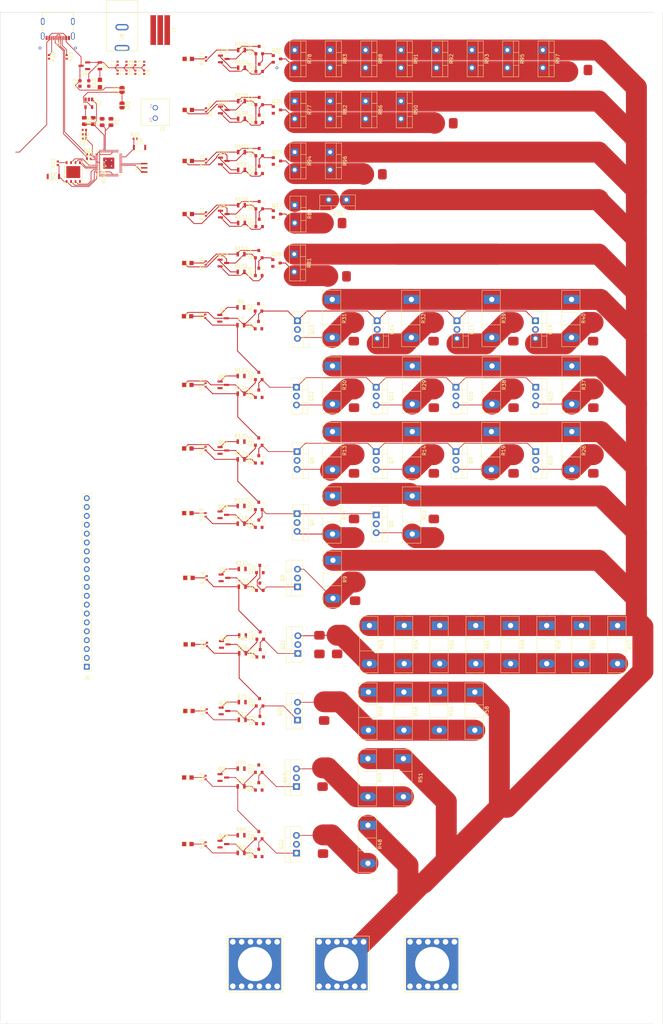
<source format=kicad_pcb>
(kicad_pcb (version 20211014) (generator pcbnew)
  (layers (0 "F.Cu" signal) (31 "B.Cu" signal) (34 "B.Paste" user) (35 "F.Paste" user) (36 "B.SilkS" user "B.Silkscreen") (37 "F.SilkS" user "F.Silkscreen") (38 "B.Mask" user) (39 "F.Mask" user) (44 "Edge.Cuts" user))
  (net 0 "")
  (net 1 "GND")
  (net 2 "+3V3")
  (net 3 "Net-(C10-Pad1)")
  (net 4 "+5V")
  (net 5 "Net-(D1-Pad2)")
  (net 6 "Net-(D2-Pad1)")
  (net 7 "Net-(D2-Pad2)")
  (net 8 "Net-(D3-Pad1)")
  (net 9 "Net-(D3-Pad2)")
  (net 10 "Net-(D4-Pad1)")
  (net 11 "Net-(D4-Pad2)")
  (net 12 "Net-(D5-Pad1)")
  (net 13 "Net-(D5-Pad2)")
  (net 14 "Net-(D6-Pad1)")
  (net 15 "Net-(D6-Pad2)")
  (net 16 "Net-(D7-Pad1)")
  (net 17 "Net-(D7-Pad2)")
  (net 18 "Net-(D8-Pad1)")
  (net 19 "Net-(D8-Pad2)")
  (net 20 "Net-(D9-Pad1)")
  (net 21 "Net-(D9-Pad2)")
  (net 22 "Net-(D10-Pad1)")
  (net 23 "Net-(D10-Pad2)")
  (net 24 "Net-(D11-Pad1)")
  (net 25 "Net-(D11-Pad2)")
  (net 26 "Net-(D12-Pad1)")
  (net 27 "Net-(D12-Pad2)")
  (net 28 "Net-(D13-Pad1)")
  (net 29 "Net-(D13-Pad2)")
  (net 30 "Net-(D14-Pad1)")
  (net 31 "Net-(D14-Pad2)")
  (net 32 "Net-(D15-Pad1)")
  (net 33 "Net-(D15-Pad2)")
  (net 34 "/Vshunt")
  (net 35 "+BATT")
  (net 37 "Net-(J5-PadA5)")
  (net 38 "Net-(J5-PadA6)")
  (net 39 "Net-(J5-PadA7)")
  (net 41 "Net-(J5-PadB5)")
  (net 43 "/Microcontroller/GPIO26")
  (net 44 "/Microcontroller/GPIO0")
  (net 48 "/Microcontroller/GPIO1")
  (net 49 "/Microcontroller/GPIO2")
  (net 50 "/Microcontroller/GPIO3")
  (net 51 "/Microcontroller/GPIO4")
  (net 52 "/Microcontroller/GPIO5")
  (net 53 "/Microcontroller/GPIO6")
  (net 54 "/Microcontroller/GPIO7")
  (net 55 "/Microcontroller/GPIO8")
  (net 56 "/Microcontroller/GPIO9")
  (net 57 "/Microcontroller/GPIO10")
  (net 58 "/Microcontroller/GPIO11")
  (net 59 "/Microcontroller/GPIO12")
  (net 60 "/Microcontroller/SWCLK")
  (net 61 "/Microcontroller/SWDIO")
  (net 62 "+12V")
  (net 63 "VBUS")
  (net 64 "+3.3V")
  (net 65 "/Resistor Tree Large/12V Gate Driver14/GATE")
  (net 66 "/Resistor Tree Large/12V Gate Driver11/GATE")
  (net 67 "Net-(Q4-Pad3)")
  (net 68 "Net-(Q5-Pad3)")
  (net 69 "/Resistor Tree Large/12V Gate Driver12/GATE")
  (net 70 "Net-(Q6-Pad3)")
  (net 71 "Net-(Q7-Pad3)")
  (net 72 "/Resistor Tree Large/12V Gate Driver10/GATE")
  (net 73 "Net-(Q8-Pad3)")
  (net 74 "Net-(Q9-Pad3)")
  (net 75 "Net-(Q10-Pad3)")
  (net 76 "/Resistor Tree Large/12V Gate Driver13/GATE")
  (net 77 "Net-(Q11-Pad3)")
  (net 78 "Net-(Q12-Pad3)")
  (net 79 "Net-(Q13-Pad3)")
  (net 80 "Net-(Q14-Pad3)")
  (net 81 "Net-(Q15-Pad3)")
  (net 82 "Net-(Q16-Pad3)")
  (net 83 "Net-(Q17-Pad3)")
  (net 84 "Net-(Q18-Pad3)")
  (net 85 "/Resistor Tree Medium/12V Gate Driver7/GATE")
  (net 86 "Net-(Q19-Pad3)")
  (net 87 "/Resistor Tree Medium/12V Gate Driver8/GATE")
  (net 88 "Net-(Q20-Pad3)")
  (net 89 "/Resistor Tree Medium/12V Gate Driver9/GATE")
  (net 90 "Net-(Q21-Pad3)")
  (net 91 "/Resistor Tree Medium/12V Gate Driver6/GATE")
  (net 92 "Net-(Q22-Pad3)")
  (net 93 "/Resistor Tree Small/12V Gate Driver4/GATE")
  (net 94 "Net-(Q35-Pad3)")
  (net 95 "/Resistor Tree Small/12V Gate Driver3/GATE")
  (net 96 "Net-(Q36-Pad3)")
  (net 97 "/Resistor Tree Small/12V Gate Driver5/GATE")
  (net 98 "Net-(Q37-Pad3)")
  (net 99 "/Resistor Tree Small/12V Gate Driver2/GATE")
  (net 100 "Net-(Q38-Pad3)")
  (net 101 "/Resistor Tree Small/12V Gate Driver1/GATE")
  (net 102 "Net-(Q39-Pad3)")
  (net 103 "Net-(R3-Pad1)")
  (net 104 "/Microcontroller/GPIO27")
  (net 105 "/Microcontroller/RUN")
  (net 106 "/Microcontroller/BOOT")
  (net 107 "Net-(R24-Pad2)")
  (net 108 "Net-(R25-Pad2)")
  (net 109 "Net-(R79-Pad2)")
  (net 110 "Net-(U1-Pad2)")
  (net 111 "Net-(U1-Pad3)")
  (net 112 "Net-(U1-Pad5)")
  (net 113 "Net-(U1-Pad6)")
  (net 114 "Net-(U1-Pad7)")
  (net 115 "/Microcontroller/GPIO13")
  (net 116 "/Microcontroller/GPIO14")
  (net 117 "/Microcontroller/GPIO15")
  (net 118 "Net-(U3-Pad20)")
  (net 119 "Net-(U3-Pad21)")
  (net 120 "/Microcontroller/GPIO16")
  (net 121 "/Microcontroller/GPIO17")
  (net 122 "/Microcontroller/GPIO18")
  (net 123 "/Microcontroller/GPIO19")
  (net 124 "/Microcontroller/GPIO20")
  (net 125 "/Microcontroller/GPIO21")
  (net 126 "/Microcontroller/GPIO22")
  (net 127 "/Microcontroller/GPIO23")
  (net 128 "/Microcontroller/GPIO24")
  (net 129 "/Microcontroller/GPIO25")
  (net 130 "/Microcontroller/GPIO28")
  (net 131 "/Microcontroller/GPIO29")
  (footprint "Package_TO_SOT_THT:TO-220-3_Vertical" (layer "F.Cu") (at 430.93 67.945 -90)
    (fp_text reference "Q11")
    (fp_text value "PJP45N06A_T0_00001")
  )
  (footprint "OEM:Keystone_5102" (layer "F.Cu") (at 447.44 89.905 90)
    (fp_text reference "R18" hide)
    (fp_text value "0R-20A")
  )
  (footprint "footprints:redcube_7461166" (layer "F.Cu") (at 446.985 233.045 180)
    (fp_text reference "J4")
    (fp_text value "redcude_7461166")
  )
  (footprint "Package_TO_SOT_THT:TO-247-2_Vertical" (layer "F.Cu") (at 428.71 155.205 -90)
    (fp_text reference "R49")
    (fp_text value "1R2-100W")
  )
  (footprint "footprints:SOT-23F" (layer "F.Cu") (at 397.2 45.085 90)
    (fp_text reference "Q2")
    (fp_text value "SSM3J334R" hide)
  )
  (footprint "Package_TO_SOT_THT:TO-247-2_Vertical" (layer "F.Cu") (at 438.73 174.255 -90)
    (fp_text reference "R51")
    (fp_text value "1R2-100W")
  )
  (footprint "Package_TO_SOT_THT:TO-220-2_Vertical" (layer "F.Cu") (at 427.88 -28.575 -90)
    (fp_text reference "R88")
    (fp_text value "8R-20W")
  )
  (footprint "Resistor_SMD:R_0402_1005Metric" (layer "F.Cu") (at 337.13 -26.61 -90)
    (fp_text reference "R20")
    (fp_text value "R")
  )
  (footprint "footprints:SOT-23F" (layer "F.Cu") (at 397.51 158.115 90)
    (fp_text reference "Q30")
    (fp_text value "SSM3J334R" hide)
  )
  (footprint "Package_TO_SOT_THT:TO-220-2_Vertical" (layer "F.Cu") (at 468.52 -28.575 -90)
    (fp_text reference "R95")
    (fp_text value "8R-20W")
  )
  (footprint "footprints:SOT-23F" (layer "F.Cu") (at 397.585 119.96 90)
    (fp_text reference "Q57")
    (fp_text value "SSM3K333R" hide)
  )
  (footprint "footprints:R_0805_OEM" (layer "F.Cu") (at 392.195 69.795)
    (fp_text reference "R124")
    (fp_text value "R_1K" hide)
  )
  (footprint "Package_TO_SOT_THT:TO-220-3_Vertical" (layer "F.Cu") (at 408.485 144.145 90)
    (fp_text reference "Q21")
    (fp_text value "PJP45N06A_T0_00001")
  )
  (footprint "Resistor_SMD:R_0402_1005Metric" (layer "F.Cu") (at 382.16 18.365 90)
    (fp_text reference "R113")
    (fp_text value "R")
  )
  (footprint "Package_TO_SOT_THT:TO-220-3_Vertical" (layer "F.Cu") (at 408.07 182.245 90)
    (fp_text reference "Q19")
    (fp_text value "PJP45N06A_T0_00001")
  )
  (footprint "footprints:R_0805_OEM" (layer "F.Cu") (at 392.195 177.11)
    (fp_text reference "R74")
    (fp_text value "R_10K" hide)
  )
  (footprint "Eclectronics:MIC_WSON-8-L" (layer "F.Cu") (at 344.115 6.35 90)
    (fp_text reference "U1")
    (fp_text value "W25Q128JV")
  )
  (footprint "OEM:CHIPLED_0805" (layer "F.Cu") (at 377.08 18.365)
    (fp_text reference "D11" hide)
    (fp_text value "LED_WHITE" hide)
  )
  (footprint "Package_TO_SOT_THT:TO-220-2_Vertical" (layer "F.Cu") (at 407.435 29.845 -90)
    (fp_text reference "R81")
    (fp_text value "8R-20W")
  )
  (footprint "OEM:Keystone_5102" (layer "F.Cu") (at 430.02 6.985 180)
    (fp_text reference "R98" hide)
    (fp_text value "0R-20A")
  )
  (footprint "Package_TO_SOT_THT:TO-247-2_Vertical" (layer "F.Cu") (at 459.19 155.205 -90)
    (fp_text reference "R58")
    (fp_text value "1R2-100W")
  )
  (footprint "OEM:Keystone_5102" (layer "F.Cu") (at 470.3 89.905 90)
    (fp_text reference "R27" hide)
    (fp_text value "0R-20A")
  )
  (footprint "Resistor_SMD:R_0402_1005Metric" (layer "F.Cu") (at 382.035 85.46 90)
    (fp_text reference "R122")
    (fp_text value "R")
  )
  (footprint "footprints:R_0805_OEM" (layer "F.Cu") (at 392.32 -8.89)
    (fp_text reference "R108")
    (fp_text value "R_10K" hide)
  )
  (footprint "Resistor_SMD:R_0805_2012Metric" (layer "F.Cu") (at 352.37 -7.9775 90)
    (fp_text reference "R2")
    (fp_text value "R")
  )
  (footprint "Package_TO_SOT_THT:TO-220-3_Vertical" (layer "F.Cu") (at 408.38 125.095 90)
    (fp_text reference "Q8")
    (fp_text value "PJP45N06A_T0_00001")
  )
  (footprint "Package_TO_SOT_SMD:SOT-23" (layer "F.Cu") (at 387.115 67.255)
    (fp_text reference "Q64")
    (fp_text value "RK7002BMT116")
  )
  (footprint "Package_TO_SOT_THT:TO-247-2_Vertical" (layer "F.Cu") (at 438.965 136.155 -90)
    (fp_text reference "R64")
    (fp_text value "1R2-100W")
  )
  (footprint "footprints:SOT-23F" (layer "F.Cu") (at 397.4 20.905 90)
    (fp_text reference "Q54")
    (fp_text value "SSM3K333R" hide)
  )
  (footprint "footprints:R_0805_OEM" (layer "F.Cu") (at 392.195 182.19)
    (fp_text reference "R75")
    (fp_text value "R_1K" hide)
  )
  (footprint "OEM:CHIPLED_0805" (layer "F.Cu") (at 376.88 47.625)
    (fp_text reference "D2" hide)
    (fp_text value "LED_WHITE" hide)
  )
  (footprint "footprints:SOT-23F" (layer "F.Cu") (at 402.48 18.365)
    (fp_text reference "Q37")
    (fp_text value "SSM3K333R" hide)
  )
  (footprint "Package_TO_SOT_THT:TO-247-2_Vertical" (layer "F.Cu") (at 418.335 42.81 -90)
    (fp_text reference "R31")
    (fp_text value "1R2-100W")
  )
  (footprint "footprints:redcube_7461166" (layer "F.Cu") (at 396.185 233.045)
    (fp_text reference "J2")
    (fp_text value "redcude_7461166")
  )
  (footprint "Package_TO_SOT_THT:TO-247-2_Vertical" (layer "F.Cu") (at 479.785 136.155 -90)
    (fp_text reference "R56")
    (fp_text value "1R2-100W")
  )
  (footprint "OEM:Keystone_5102" (layer "F.Cu") (at 424.58 71.12 90)
    (fp_text reference "R34" hide)
    (fp_text value "0R-20A")
  )
  (footprint "footprints:R_0805_OEM" (layer "F.Cu") (at 392.61 139.01)
    (fp_text reference "R65")
    (fp_text value "R_10K" hide)
  )
  (footprint "footprints:SOT-23F" (layer "F.Cu") (at 397.275 83.5 90)
    (fp_text reference "Q62")
    (fp_text value "SSM3J334R" hide)
  )
  (footprint "Package_TO_SOT_THT:TO-220-3_Vertical" (layer "F.Cu") (at 454.075 48.895 -90)
    (fp_text reference "Q17")
    (fp_text value "PJP45N06A_T0_00001")
  )
  (footprint "Package_TO_SOT_THT:TO-220-2_Vertical" (layer "F.Cu") (at 438.04 -13.97 -90)
    (fp_text reference "R90")
    (fp_text value "8R-20W")
  )
  (footprint "Eclectronics:KXT321LHS" (layer "F.Cu") (at 338.4 7.62)
    (fp_text reference "S2")
    (fp_text value "BOOT")
  )
  (footprint "Package_TO_SOT_THT:TO-247-2_Vertical" (layer "F.Cu") (at 441.27 80.645 -90)
    (fp_text reference "R14")
    (fp_text value "1R2-100W")
  )
  (footprint "Resistor_SMD:R_0402_1005Metric" (layer "F.Cu") (at 381.96 47.625 90)
    (fp_text reference "R8")
    (fp_text value "R")
  )
  (footprint "Package_TO_SOT_THT:TO-220-3_Vertical" (layer "F.Cu") (at 453.79 67.945 -90)
    (fp_text reference "Q16")
    (fp_text value "PJP45N06A_T0_00001")
  )
  (footprint "Capacitor_SMD:C_0402_1005Metric" (layer "F.Cu") (at 359.355 -22.225 -90)
    (fp_text reference "C8")
    (fp_text value "C")
  )
  (footprint "OEM:Keystone_5102" (layer "F.Cu") (at 419.735 36.195 180)
    (fp_text reference "R85" hide)
    (fp_text value "0R-20A")
  )
  (footprint "footprints:R_0805_OEM" (layer "F.Cu") (at 392.32 20.905)
    (fp_text reference "R111")
    (fp_text value "R_10K" hide)
  )
  (footprint "Resistor_SMD:R_0402_1005Metric" (layer "F.Cu") (at 382.035 179.65 90)
    (fp_text reference "R76")
    (fp_text value "R")
  )
  (footprint "Eclectronics:RP2040" (layer "F.Cu") (at 354.275 3.81 90)
    (fp_text reference "U3")
    (fp_text value "RP2040")
  )
  (footprint "footprints:R_0805_OEM" (layer "F.Cu") (at 392.195 201.24)
    (fp_text reference "R69")
    (fp_text value "R_1K" hide)
  )
  (footprint "footprints:SOT-23F" (layer "F.Cu") (at 397.275 106.995 90)
    (fp_text reference "Q60")
    (fp_text value "SSM3K333R" hide)
  )
  (footprint "Package_TO_SOT_THT:TO-247-2_Vertical" (layer "F.Cu") (at 428.57 174.255 -90)
    (fp_text reference "R45")
    (fp_text value "1R2-100W")
  )
  (footprint "Package_TO_SOT_THT:TO-220-2_Vertical" (layer "F.Cu") (at 407.56 -28.575 -90)
    (fp_text reference "R78")
    (fp_text value "8R-20W")
  )
  (footprint "Resistor_SMD:R_0402_1005Metric" (layer "F.Cu") (at 339.67 3.81 90)
    (fp_text reference "R22")
    (fp_text value "R")
  )
  (footprint "OEM:CHIPLED_0805" (layer "F.Cu") (at 376.955 32.385)
    (fp_text reference "D8" hide)
    (fp_text value "LED_WHITE" hide)
  )
  (footprint "Package_TO_SOT_THT:TO-220-2_Vertical" (layer "F.Cu") (at 407.56 -13.97 -90)
    (fp_text reference "R77")
    (fp_text value "8R-20W")
  )
  (footprint "Capacitor_SMD:C_0402_1005Metric" (layer "F.Cu") (at 361.895 -24.765 90)
    (fp_text reference "C2")
    (fp_text value "C")
  )
  (footprint "Package_TO_SOT_THT:TO-220-2_Vertical" (layer "F.Cu") (at 407.56 15.825 -90)
    (fp_text reference "R80")
    (fp_text value "8R-20W")
  )
  (footprint "footprints:SOT-23F" (layer "F.Cu") (at 397.585 125.04 90)
    (fp_text reference "Q56")
    (fp_text value "SSM3J334R" hide)
  )
  (footprint "OEM:Keystone_5102" (layer "F.Cu") (at 424.58 89.905 90)
    (fp_text reference "R17" hide)
    (fp_text value "0R-20A")
  )
  (footprint "Eclectronics:nunchuck_pads" (layer "F.Cu") (at 369.03 -34.29 90)
    (fp_text reference "J7")
    (fp_text value "Conn_01x03")
  )
  (footprint "footprints:SOT-23F" (layer "F.Cu") (at 397.4 5.715 90)
    (fp_text reference "Q42")
    (fp_text value "SSM3K333R" hide)
  )
  (footprint "Package_TO_SOT_THT:TO-220-2_Vertical" (layer "F.Cu") (at 417.72 -13.97 -90)
    (fp_text reference "R82")
    (fp_text value "8R-20W")
  )
  (footprint "OEM:CHIPLED_0805" (layer "F.Cu") (at 376.955 103.975)
    (fp_text reference "D13" hide)
    (fp_text value "LED_WHITE" hide)
  )
  (footprint "Package_TO_SOT_THT:TO-220-2_Vertical" (layer "F.Cu") (at 422.4 14.245 180)
    (fp_text reference "R79")
    (fp_text value "8R-20W")
  )
  (footprint "OEM:Keystone_5102" (layer "F.Cu") (at 415.69 198.755 90)
    (fp_text reference "R53" hide)
    (fp_text value "0R-20A")
  )
  (footprint "Package_TO_SOT_THT:TO-220-3_Vertical" (layer "F.Cu") (at 476.65 86.36 -90)
    (fp_text reference "Q10")
    (fp_text value "PJP45N06A_T0_00001")
  )
  (footprint "footprints:R_0805_OEM" (layer "F.Cu") (at 392.32 -23.495)
    (fp_text reference "R105")
    (fp_text value "R_10K" hide)
  )
  (footprint "Package_TO_SOT_THT:TO-247-2_Vertical" (layer "F.Cu") (at 418.54 117.475 -90)
    (fp_text reference "R9")
    (fp_text value "1R2-100W")
  )
  (footprint "footprints:R_0805_OEM" (layer "F.Cu") (at 392.195 29.845)
    (fp_text reference "R103")
    (fp_text value "R_1K" hide)
  )
  (footprint "Resistor_SMD:R_0402_1005Metric" (layer "F.Cu") (at 348.56 2.54)
    (fp_text reference "R25")
    (fp_text value "R")
  )
  (footprint "footprints:R_0805_OEM" (layer "F.Cu") (at 392.32 -13.97)
    (fp_text reference "R109")
    (fp_text value "R_1K" hide)
  )
  (footprint "footprints:SOT-23F" (layer "F.Cu") (at 397.275 101.915 90)
    (fp_text reference "Q59")
    (fp_text value "SSM3J334R" hide)
  )
  (footprint "OEM:Keystone_5102" (layer "F.Cu") (at 424.505 52.07 90)
    (fp_text reference "R35" hide)
    (fp_text value "0R-20A")
  )
  (footprint "footprints:SOT-23F" (layer "F.Cu") (at 397.4 -28.575 90)
    (fp_text reference "Q47")
    (fp_text value "SSM3J334R" hide)
  )
  (footprint "Package_TO_SOT_THT:TO-220-3_Vertical" (layer "F.Cu") (at 408.25 86.36 -90)
    (fp_text reference "Q6")
    (fp_text value "PJP45N06A_T0_00001")
  )
  (footprint "Package_TO_SOT_THT:TO-220-2_Vertical" (layer "F.Cu") (at 417.72 -28.575 -90)
    (fp_text reference "R83")
    (fp_text value "8R-20W")
  )
  (footprint "Package_TO_SOT_SMD:SOT-23" (layer "F.Cu") (at 387.53 141.55)
    (fp_text reference "Q23")
    (fp_text value "RK7002BMT116")
  )
  (footprint "Package_TO_SOT_SMD:SOT-23" (layer "F.Cu") (at 387.24 3.175)
    (fp_text reference "Q40")
    (fp_text value "RK7002BMT116")
  )
  (footprint "Package_TO_SOT_SMD:SOT-23" (layer "F.Cu") (at 387.24 -26.035)
    (fp_text reference "Q46")
    (fp_text value "RK7002BMT116")
  )
  (footprint "footprints:SOT-23F" (layer "F.Cu") (at 397.275 182.19 90)
    (fp_text reference "Q34")
    (fp_text value "SSM3K333R" hide)
  )
  (footprint "Capacitor_SMD:C_0402_1005Metric" (layer "F.Cu") (at 359.355 -24.765 -90)
    (fp_text reference "C1")
    (fp_text value "C")
  )
  (footprint "footprints:R_0805_OEM" (layer "F.Cu") (at 392.195 64.715)
    (fp_text reference "R123")
    (fp_text value "R_10K" hide)
  )
  (footprint "footprints:SOT-23F" (layer "F.Cu") (at 397.275 64.715 90)
    (fp_text reference "Q65")
    (fp_text value "SSM3J334R" hide)
  )
  (footprint "OEM:Keystone_5102" (layer "F.Cu") (at 488.95 -22.86 180)
    (fp_text reference "R89" hide)
    (fp_text value "0R-20A")
  )
  (footprint "footprints:SOT-23F" (layer "F.Cu") (at 397.4 15.825 90)
    (fp_text reference "Q53")
    (fp_text value "SSM3J334R" hide)
  )
  (footprint "Capacitor_SMD:C_0402_1005Metric" (layer "F.Cu") (at 347.29 -3.175 180)
    (fp_text reference "C11")
    (fp_text value "C")
  )
  (footprint "OEM:Keystone_5102" (layer "F.Cu") (at 447.44 71.12 90)
    (fp_text reference "R33" hide)
    (fp_text value "0R-20A")
  )
  (footprint "Resistor_SMD:R_0805_2012Metric" (layer "F.Cu") (at 347.29 -8.255 -90)
    (fp_text reference "R3")
    (fp_text value "R")
  )
  (footprint "OEM:Keystone_5102" (layer "F.Cu") (at 447.44 108.32 -90)
    (fp_text reference "R16" hide)
    (fp_text value "0R-20A")
  )
  (footprint "Jumper:SolderJumper-2_P1.3mm_Open_RoundedPad1.0x1.5mm" (layer "F.Cu") (at 358.085 -12.715 -90)
    (fp_text reference "JP2")
    (fp_text value "SolderJumper_2_Open")
  )
  (footprint "Package_TO_SOT_THT:TO-247-2_Vertical" (layer "F.Cu") (at 500.105 136.155 -90)
    (fp_text reference "R47")
    (fp_text value "1R2-100W")
  )
  (footprint "OEM:Keystone_5102" (layer "F.Cu") (at 415.555 179.57 90)
    (fp_text reference "R52" hide)
    (fp_text value "0R-20A")
  )
  (footprint "Resistor_SMD:R_0805_2012Metric" (layer "F.Cu") (at 354.91 -7.9775 -90)
    (fp_text reference "R1")
    (fp_text value "R")
  )
  (footprint "Capacitor_SMD:C_0603_1608Metric" (layer "F.Cu") (at 348.56 -19 -90)
    (fp_text reference "C13")
    (fp_text value "C")
  )
  (footprint "footprints:R_0805_OEM" (layer "F.Cu") (at 392.32 0.635)
    (fp_text reference "R100")
    (fp_text value "R_1K" hide)
  )
  (footprint "Capacitor_SMD:C_0603_1608Metric" (layer "F.Cu") (at 346.02 -19 90)
    (fp_text reference "C12")
    (fp_text value "C")
  )
  (footprint "Connector_PinHeader_2.54mm:PinHeader_1x20_P2.54mm_Vertical" (layer "F.Cu") (at 347.98 147.95 180)
    (fp_text reference "J6")
    (fp_text value "Conn_01x20")
  )
  (footprint "footprints:barrel_jack_PJ-037A" (layer "F.Cu") (at 358.085 -29.1225 -90)
    (fp_text reference "J8")
    (fp_text value "Barrel_jack")
  )
  (footprint "Capacitor_SMD:C_0402_1005Metric" (layer "F.Cu") (at 347.29 -5.715 180)
    (fp_text reference "C10")
    (fp_text value "C")
  )
  (footprint "footprints:R_0805_OEM" (layer "F.Cu") (at 392.195 83.5)
    (fp_text reference "R120")
    (fp_text value "R_10K" hide)
  )
  (footprint "Package_TO_SOT_THT:TO-220-3_Vertical" (layer "F.Cu") (at 408.07 67.945 -90)
    (fp_text reference "Q12")
    (fp_text value "PJP45N06A_T0_00001")
  )
  (footprint "Package_TO_SOT_SMD:SOT-23" (layer "F.Cu") (at 387.115 198.7)
    (fp_text reference "Q26")
    (fp_text value "RK7002BMT116")
  )
  (footprint "Package_TO_SOT_SMD:SOT-23" (layer "F.Cu") (at 387.24 18.365)
    (fp_text reference "Q52")
    (fp_text value "RK7002BMT116")
  )
  (footprint "OEM:CHIPLED_0805" (layer "F.Cu") (at 351.735 -19 90)
    (fp_text reference "D1" hide)
    (fp_text value "LED_WHITE" hide)
  )
  (footprint "Package_TO_SOT_THT:TO-220-2_Vertical" (layer "F.Cu") (at 458.36 -28.575 -90)
    (fp_text reference "R93")
    (fp_text value "8R-20W")
  )
  (footprint "Resistor_SMD:R_0402_1005Metric" (layer "F.Cu") (at 382.035 104.455 90)
    (fp_text reference "R119")
    (fp_text value "R")
  )
  (footprint "OEM:Keystone_5102" (layer "F.Cu") (at 470.3 71.12 90)
    (fp_text reference "R42" hide)
    (fp_text value "0R-20A")
  )
  (footprint "footprints:R_0805_OEM" (layer "F.Cu") (at 392.12 50.165)
    (fp_text reference "R7")
    (fp_text value "R_1K" hide)
  )
  (footprint "footprints:R_0805_OEM" (layer "F.Cu") (at 392.515 163.14)
    (fp_text reference "R72")
    (fp_text value "R_1K" hide)
  )
  (footprint "Resistor_SMD:R_0402_1005Metric" (layer "F.Cu") (at 382.345 122.5 90)
    (fp_text reference "R116")
    (fp_text value "R")
  )
  (footprint "footprints:R_0805_OEM" (layer "F.Cu") (at 392.12 45.085)
    (fp_text reference "R6")
    (fp_text value "R_10K" hide)
  )
  (footprint "Resistor_SMD:R_0402_1005Metric" (layer "F.Cu") (at 382.355 160.6 90)
    (fp_text reference "R73")
    (fp_text value "R")
  )
  (footprint "footprints:MicroFit_V_2" (layer "F.Cu") (at 367.61 -12.065 180)
    (fp_text reference "J1")
    (fp_text value "MicroFit_V_2")
  )
  (footprint "Resistor_SMD:R_0402_1005Metric" (layer "F.Cu") (at 348.56 1.27)
    (fp_text reference "R24")
    (fp_text value "R")
  )
  (footprint "Resistor_SMD:R_0402_1005Metric" (layer "F.Cu") (at 382.035 67.255 90)
    (fp_text reference "R125")
    (fp_text value "R")
  )
  (footprint "Package_TO_SOT_THT:TO-247-2_Vertical" (layer "F.Cu") (at 489.765 136.155 -90)
    (fp_text reference "R50")
    (fp_text value "1R2-100W")
  )
  (footprint "OEM:CHIPLED_0805" (layer "F.Cu") (at 376.955 179.65)
    (fp_text reference "D6" hide)
    (fp_text value "LED_WHITE" hide)
  )
  (footprint "footprints:SOT-23F" (layer "F.Cu") (at 397.69 144.09 90)
    (fp_text reference "Q25")
    (fp_text value "SSM3K333R" hide)
  )
  (footprint "Package_TO_SOT_SMD:SOT-23" (layer "F.Cu") (at 347.29 -24.08 180)
    (fp_text reference "U4")
    (fp_text value "MCP1702T-3302E_CB")
  )
  (footprint "Package_TO_SOT_THT:TO-220-2_Vertical" (layer "F.Cu") (at 427.88 -13.97 -90)
    (fp_text reference "R86")
    (fp_text value "8R-20W")
  )
  (footprint "footprints:SOT-23F" (layer "F.Cu") (at 402.48 -26.035)
    (fp_text reference "Q36")
    (fp_text value "SSM3K333R" hide)
  )
  (footprint "Resistor_SMD:R_0402_1005Metric" (layer "F.Cu") (at 382.035 198.7 90)
    (fp_text reference "R70")
    (fp_text value "R")
  )
  (footprint "Package_TO_SOT_SMD:SOT-23" (layer "F.Cu") (at 387.115 32.385)
    (fp_text reference "Q43")
    (fp_text value "RK7002BMT116")
  )
  (footprint "OEM:Keystone_5102" (layer "F.Cu") (at 416.01 160.655 90)
    (fp_text reference "R55" hide)
    (fp_text value "0R-20A")
  )
  (footprint "footprints:SOT-23F" (layer "F.Cu") (at 397.4 0.635 90)
    (fp_text reference "Q41")
    (fp_text value "SSM3J334R" hide)
  )
  (footprint "Package_TO_SOT_THT:TO-247-2_Vertical" (layer "F.Cu") (at 486.99 61.86 -90)
    (fp_text reference "R37")
    (fp_text value "1R2-100W")
  )
  (footprint "footprints:R_0805_OEM" (layer "F.Cu") (at 351.735 -24.08 -90)
    (fp_text reference "R5")
    (fp_text value "R_330" hide)
  )
  (footprint "Package_TO_SOT_THT:TO-220-3_Vertical" (layer "F.Cu") (at 476.575 48.895 -90)
    (fp_text reference "Q18")
    (fp_text value "PJP45N06A_T0_00001")
  )
  (footprint "Package_TO_SOT_THT:TO-220-3_Vertical" (layer "F.Cu") (at 430.93 86.36 -90)
    (fp_text reference "Q7")
    (fp_text value "PJP45N06A_T0_00001")
  )
  (footprint "Resistor_SMD:R_0402_1005Metric" (layer "F.Cu") (at 382.16 -26.035 90)
    (fp_text reference "R107")
    (fp_text value "R")
  )
  (footprint "footprints:SOT-23-5_OEM" (layer "F.Cu") (at 348.56 -13.335 -90)
    (fp_text reference "U2")
    (fp_text value "MCP6001" hide)
  )
  (footprint "footprints:SOT-23F" (layer "F.Cu") (at 397.275 88.58 90)
    (fp_text reference "Q63")
    (fp_text value "SSM3K333R" hide)
  )
  (footprint "OEM:CHIPLED_0805" (layer "F.Cu") (at 377.37 141.55)
    (fp_text reference "D3" hide)
    (fp_text value "LED_WHITE" hide)
  )
  (footprint "Package_TO_SOT_THT:TO-247-2_Vertical" (layer "F.Cu") (at 449.125 136.155 -90)
    (fp_text reference "R62")
    (fp_text value "1R2-100W")
  )
  (footprint "Package_TO_SOT_THT:TO-247-2_Vertical" (layer "F.Cu") (at 486.915 42.81 -90)
    (fp_text reference "R40")
    (fp_text value "1R2-100W")
  )
  (footprint "OEM:CHIPLED_0805" (layer "F.Cu") (at 377.265 122.5)
    (fp_text reference "D12" hide)
    (fp_text value "LED_WHITE" hide)
  )
  (footprint "OEM:CHIPLED_0805" (layer "F.Cu") (at 377.275 160.6)
    (fp_text reference "D5" hide)
    (fp_text value "LED_WHITE" hide)
  )
  (footprint "Capacitor_SMD:C_0402_1005Metric" (layer "F.Cu") (at 356.815 -24.765 90)
    (fp_text reference "C7")
    (fp_text value "C")
  )
  (footprint "footprints:SOT-23F" (layer "F.Cu") (at 397.595 163.195 90)
    (fp_text reference "Q31")
    (fp_text value "SSM3K333R" hide)
  )
  (footprint "footprints:SOT-23F" (layer "F.Cu") (at 397.275 69.795 90)
    (fp_text reference "Q66")
    (fp_text value "SSM3K333R" hide)
  )
  (footprint "Package_TO_SOT_THT:TO-247-2_Vertical" (layer "F.Cu") (at 428.57 193.305 -90)
    (fp_text reference "R48")
    (fp_text value "1R2-100W")
  )
  (footprint "Package_TO_SOT_THT:TO-220-3_Vertical" (layer "F.Cu") (at 408.355 48.895 -90)
    (fp_text reference "Q13")
    (fp_text value "PJP45N06A_T0_00001")
  )
  (footprint "Package_TO_SOT_SMD:SOT-23" (layer "F.Cu") (at 387.115 104.455)
    (fp_text reference "Q58")
    (fp_text value "RK7002BMT116")
  )
  (footprint "Package_TO_SOT_THT:TO-220-3_Vertical" (layer "F.Cu") (at 431.215 48.895 -90)
    (fp_text reference "Q14")
    (fp_text value "PJP45N06A_T0_00001")
  )
  (footprint "Package_TO_SOT_THT:TO-247-2_Vertical" (layer "F.Cu") (at 441.27 99.06 -90)
    (fp_text reference "R12")
    (fp_text value "1R2-100W")
  )
  (footprint "footprints:SOT-23F" (layer "F.Cu") (at 397.4 -23.495 90)
    (fp_text reference "Q48")
    (fp_text value "SSM3K333R" hide)
  )
  (footprint "footprints:R_0805_OEM" (layer "F.Cu") (at 392.195 34.925)
    (fp_text reference "R102")
    (fp_text value "R_10K" hide)
  )
  (footprint "Resistor_SMD:R_0402_1005Metric" (layer "F.Cu") (at 382.16 3.175 90)
    (fp_text reference "R101")
    (fp_text value "R")
  )
  (footprint "Package_TO_SOT_THT:TO-220-2_Vertical" (layer "F.Cu") (at 478.68 -28.575 -90)
    (fp_text reference "R97")
    (fp_text value "8R-20W")
  )
  (footprint "OEM:Keystone_5102" (layer "F.Cu") (at 493.085 52.07 90)
    (fp_text reference "R44" hide)
    (fp_text value "0R-20A")
  )
  (footprint "footprints:R_0805_OEM" (layer "F.Cu") (at 392.32 -28.575)
    (fp_text reference "R106")
    (fp_text value "R_1K" hide)
  )
  (footprint "footprints:R_0805_OEM" (layer "F.Cu") (at 392.32 15.825)
    (fp_text reference "R112")
    (fp_text value "R_1K" hide)
  )
  (footprint "OEM:CHIPLED_0805" (layer "F.Cu") (at 376.955 85.46)
    (fp_text reference "D14" hide)
    (fp_text value "LED_WHITE" hide)
  )
  (footprint "footprints:SOT-23F" (layer "F.Cu") (at 397.69 139.01 90)
    (fp_text reference "Q24")
    (fp_text value "SSM3J334R" hide)
  )
  (footprint "footprints:SOT-23F" (layer "F.Cu") (at 402.48 3.175)
    (fp_text reference "Q39")
    (fp_text value "SSM3K333R" hide)
  )
  (footprint "footprints:R_0805_OEM" (layer "F.Cu") (at 392.195 88.58)
    (fp_text reference "R121")
    (fp_text value "R_1K" hide)
  )
  (footprint "footprints:SOT-23F" (layer "F.Cu") (at 397.275 34.925 90)
    (fp_text reference "Q45")
    (fp_text value "SSM3K333R" hide)
  )
  (footprint "Package_TO_SOT_SMD:SOT-23" (layer "F.Cu") (at 387.24 -11.43)
    (fp_text reference "Q49")
    (fp_text value "RK7002BMT116")
  )
  (footprint "footprints:SOT-23F" (layer "F.Cu") (at 397.4 -13.97 90)
    (fp_text reference "Q50")
    (fp_text value "SSM3J334R" hide)
  )
  (footprint "Resistor_SMD:R_0805_2012Metric" (layer "F.Cu") (at 349.83 -8.255 90)
    (fp_text reference "R4")
    (fp_text value "R")
  )
  (footprint "footprints:SOT-23F" (layer "F.Cu") (at 397.275 177.11 90)
    (fp_text reference "Q33")
    (fp_text value "SSM3J334R" hide)
  )
  (footprint "Capacitor_SMD:C_0402_1005Metric" (layer "F.Cu") (at 356.815 -22.225 -90)
    (fp_text reference "C5")
    (fp_text value "C")
  )
  (footprint "OEM:Keystone_5102" (layer "F.Cu") (at 470.225 52.07 90)
    (fp_text reference "R43" hide)
    (fp_text value "0R-20A")
  )
  (footprint "footprints:R_0805_OEM" (layer "F.Cu") (at 392.195 106.995)
    (fp_text reference "R118")
    (fp_text value "R_1K" hide)
  )
  (footprint "Package_TO_SOT_THT:TO-247-2_Vertical" (layer "F.Cu") (at 459.465 136.155 -90)
    (fp_text reference "R61")
    (fp_text value "1R2-100W")
  )
  (footprint "Package_TO_SOT_THT:TO-247-2_Vertical" (layer "F.Cu") (at 418.41 99.06 -90)
    (fp_text reference "R11")
    (fp_text value "1R2-100W")
  )
  (footprint "footprints:SOT-23F" (layer "F.Cu") (at 397.275 196.16 90)
    (fp_text reference "Q27")
    (fp_text value "SSM3J334R" hide)
  )
  (footprint "Package_TO_SOT_THT:TO-220-2_Vertical" (layer "F.Cu") (at 438.04 -28.575 -90)
    (fp_text reference "R91")
    (fp_text value "8R-20W")
  )
  (footprint "footprints:SOT-23F" (layer "F.Cu") (at 397.275 29.845 90)
    (fp_text reference "Q44")
    (fp_text value "SSM3J334R" hide)
  )
  (footprint "footprints:R_0805_OEM" (layer "F.Cu") (at 392.195 196.16)
    (fp_text reference "R68")
    (fp_text value "R_10K" hide)
  )
  (footprint "Package_TO_SOT_THT:TO-220-3_Vertical" (layer "F.Cu") (at 430.93 104.51 -90)
    (fp_text reference "Q5")
    (fp_text value "PJP45N06A_T0_00001")
  )
  (footprint "OEM:CHIPLED_0805" (layer "F.Cu") (at 377.08 3.175)
    (fp_text reference "D7" hide)
    (fp_text value "LED_WHITE" hide)
  )
  (footprint "OEM:CHIPLED_0805" (layer "F.Cu") (at 376.955 198.7)
    (fp_text reference "D4" hide)
    (fp_text value "LED_WHITE" hide)
  )
  (footprint "Package_TO_SOT_THT:TO-247-2_Vertical" (layer "F.Cu") (at 441.27 61.86 -90)
    (fp_text reference "R29")
    (fp_text value "1R2-100W")
  )
  (footprint "Package_TO_SOT_THT:TO-247-2_Vertical" (layer "F.Cu") (at 418.41 61.86 -90)
    (fp_text reference "R30")
    (fp_text value "1R2-100W")
  )
  (footprint "Package_TO_SOT_THT:TO-220-3_Vertical" (layer "F.Cu") (at 476.65 67.945 -90)
    (fp_text reference "Q15")
    (fp_text value "PJP45N06A_T0_00001")
  )
  (footprint "OEM:CHIPLED_0805" (layer "F.Cu") (at 377.08 -26.035)
    (fp_text reference "D9" hide)
    (fp_text value "LED_WHITE" hide)
  )
  (footprint "Resistor_SMD:R_0402_1005Metric" (layer "F.Cu") (at 382.035 32.385 90)
    (fp_text reference "R104")
    (fp_text value "R")
  )
  (footprint "Package_TO_SOT_THT:TO-220-2_Vertical" (layer "F.Cu") (at 417.72 0.635 -90)
    (fp_text reference "R96")
    (fp_text value "8R-20W")
  )
  (footprint "Eclectronics:USB4105-GF-A" (layer "F.Cu") (at 339.67 -36.77 180)
    (fp_text reference "J5")
    (fp_text value "USB4105-GF-A")
  )
  (footprint "footprints:SOT-23F" (layer "F.Cu") (at 402.355 32.385)
    (fp_text reference "Q38")
    (fp_text value "SSM3K333R" hide)
  )
  (footprint "Resistor_SMD:R_0402_1005Metric" (layer "F.Cu") (at 382.16 -11.43 -90)
    (fp_text reference "R110")
    (fp_text value "R")
  )
  (footprint "Package_TO_SOT_THT:TO-247-2_Vertical" (layer "F.Cu") (at 428.985 136.155 -90)
    (fp_text reference "R63")
    (fp_text value "1R2-100W")
  )
  (footprint "Eclectronics:CSTNE" (layer "F.Cu") (at 364.435 5.15 -90)
    (fp_text reference "Y1")
    (fp_text value "12MHz")
  )
  (footprint "Package_TO_SOT_THT:TO-247-2_Vertical" (layer "F.Cu") (at 441.015 42.81 -90)
    (fp_text reference "R32")
    (fp_text value "1R2-100W")
  )
  (footprint "footprints:SOT-23F" (layer "F.Cu") (at 402.48 -11.43)
    (fp_text reference "Q35")
    (fp_text value "SSM3K333R" hide)
  )
  (footprint "Package_TO_SOT_THT:TO-247-2_Vertical" (layer "F.Cu") (at 469.445 136.155 -90)
    (fp_text reference "R59")
    (fp_text value "1R2-100W")
  )
  (footprint "OEM:CHIPLED_0805" (layer "F.Cu") (at 377.08 -11.43)
    (fp_text reference "D10" hide)
    (fp_text value "LED_WHITE" hide)
  )
  (footprint "footprints:R_0805_OEM" (layer "F.Cu") (at 392.32 5.715)
    (fp_text reference "R99")
    (fp_text value "R_10K" hide)
  )
  (footprint "footprints:SOT-23F" (layer "F.Cu") (at 397.275 201.24 90)
    (fp_text reference "Q28")
    (fp_text value "SSM3K333R" hide)
  )
  (footprint "Package_TO_SOT_THT:TO-220-3_Vertical" (layer "F.Cu") (at 408.07 201.295 90)
    (fp_text reference "Q22")
    (fp_text value "PJP45N06A_T0_00001")
  )
  (footprint "Package_TO_SOT_THT:TO-247-2_Vertical" (layer "F.Cu") (at 464.13 61.86 -90)
    (fp_text reference "R38")
    (fp_text value "1R2-100W")
  )
  (footprint "footprints:R_0805_OEM" (layer "F.Cu") (at 392.515 158.06)
    (fp_text reference "R71")
    (fp_text value "R_10K" hide)
  )
  (footprint "Package_TO_SOT_THT:TO-220-3_Vertical" (layer "F.Cu") (at 408.25 104.14 -90)
    (fp_text reference "Q4")
    (fp_text value "PJP45N06A_T0_00001")
  )
  (footprint "Package_TO_SOT_THT:TO-220-2_Vertical" (layer "F.Cu") (at 407.56 0.635 -90)
    (fp_text reference "R94")
    (fp_text value "8R-20W")
  )
  (footprint "Package_TO_SOT_SMD:SOT-23" (layer "F.Cu") (at 387.115 86.04)
    (fp_text reference "Q61")
    (fp_text value "RK7002BMT116")
  )
  (footprint "OEM:Keystone_5102" (layer "F.Cu") (at 424.89 126.365 90)
    (fp_text reference "R10" hide)
    (fp_text value "0R-20A")
  )
  (footprint "OEM:Keystone_5102" (layer "F.Cu") (at 414.655 141.605 90)
    (fp_text reference "R57" hide)
    (fp_text value "0R-20A")
  )
  (footprint "footprints:R_0805_OEM" (layer "F.Cu") (at 392.505 119.96)
    (fp_text reference "R114")
    (fp_text value "R_10K" hide)
  )
  (footprint "footprints:R_0805_OEM" (layer "F.Cu") (at 392.61 144.09)
    (fp_text reference "R66")
    (fp_text value "R_1K" hide)
  )
  (footprint "Package_TO_SOT_THT:TO-247-2_Vertical" (layer "F.Cu") (at 464.055 42.81 -90)
    (fp_text reference "R39")
    (fp_text value "1R2-100W")
  )
  (footprint "Package_TO_SOT_THT:TO-220-2_Vertical" (layer "F.Cu") (at 448.2 -28.575 -90)
    (fp_text reference "R92")
    (fp_text value "8R-20W")
  )
  (footprint "Package_TO_SOT_THT:TO-247-2_Vertical" (layer "F.Cu") (at 418.41 80.645 -90)
    (fp_text reference "R13")
    (fp_text value "1R2-100W")
  )
  (footprint "footprints:SOT-23F" (layer "F.Cu") (at 397.2 50.165 90)
    (fp_text reference "Q3")
    (fp_text value "SSM3K333R" hide)
  )
  (footprint "Resistor_SMD:R_0402_1005Metric" (layer "F.Cu") (at 342.21 -26.61 -90)
    (fp_text reference "R23")
    (fp_text value "R")
  )
  (footprint "Package_TO_SOT_SMD:SOT-23" (layer "F.Cu") (at 387.115 179.65)
    (fp_text reference "Q32")
    (fp_text value "RK7002BMT116")
  )
  (footprint "Resistor_SMD:R_0402_1005Metric" (layer "F.Cu") (at 361.895 -3.175)
    (fp_text reference "R21")
    (fp_text value "R")
  )
  (footprint "OEM:Keystone_5102" (layer "F.Cu") (at 493.16 71.12 90)
    (fp_text reference "R41" hide)
    (fp_text value "0R-20A")
  )
  (footprint "Package_TO_SOT_THT:TO-220-3_Vertical" (layer "F.Cu") (at 408.39 163.195 90)
    (fp_text reference "Q20")
    (fp_text value "PJP45N06A_T0_00001")
  )
  (footprint "OEM:Keystone_5102" (layer "F.Cu") (at 447.365 52.07 90)
    (fp_text reference "R36" hide)
    (fp_text value "0R-20A")
  )
  (footprint "OEM:Keystone_5102" (layer "F.Cu") (at 450.34 -7.62 180)
    (fp_text reference "R87" hide)
    (fp_text value "0R-20A")
  )
  (footprint "Package_TO_SOT_THT:TO-220-3_Vertical" (layer "F.Cu") (at 453.79 86.36 -90)
    (fp_text reference "Q9")
    (fp_text value "PJP45N06A_T0_00001")
  )
  (footprint "Package_TO_SOT_THT:TO-247-2_Vertical" (layer "F.Cu") (at 438.87 155.205 -90)
    (fp_text reference "R46")
    (fp_text value "1R2-100W")
  )
  (footprint "Capacitor_SMD:C_0402_1005Metric" (layer "F.Cu") (at 364.435 -22.225 -90)
    (fp_text reference "C6")
    (fp_text value "C")
  )
  (footprint "footprints:R_0805_OEM" (layer "F.Cu") (at 392.195 101.915)
    (fp_text reference "R117")
    (fp_text value "R_10K" hide)
  )
  (footprint "Capacitor_SMD:C_0402_1005Metric" (layer "F.Cu") (at 361.895 -22.225 -90)
    (fp_text reference "C4")
    (fp_text value "C")
  )
  (footprint "footprints:R_0805_OEM" (layer "F.Cu") (at 392.505 125.04)
    (fp_text reference "R115")
    (fp_text value "R_1K" hide)
  )
  (footprint "Package_TO_SOT_THT:TO-247-2_Vertical" (layer "F.Cu") (at 463.95 80.645 -90)
    (fp_text reference "R19")
    (fp_text value "1R2-100W")
  )
  (footprint "footprints:redcube_7461166" (layer "F.Cu") (at 420.95 233.045 180)
    (fp_text reference "J3")
    (fp_text value "redcude_7461166")
  )
  (footprint "OEM:Keystone_5102" (layer "F.Cu") (at 493.16 89.905 90)
    (fp_text reference "R28" hide)
    (fp_text value "0R-20A")
  )
  (footprint "OEM:Keystone_5102" (layer "F.Cu") (at 424.58 108.32 -90)
    (fp_text reference "R15" hide)
    (fp_text value "0R-20A")
  )
  (footprint "footprints:SOT-23F" (layer "F.Cu") (at 397.4 -8.89 90)
    (fp_text reference "Q51")
    (fp_text value "SSM3K333R" hide)
  )
  (footprint "Resistor_SMD:R_0402_1005Metric" (layer "F.Cu") (at 382.45 141.55 90)
    (fp_text reference "R67")
    (fp_text value "R")
  )
  (footprint "OEM:CHIPLED_0805" (layer "F.Cu") (at 376.955 67.255)
    (fp_text reference "D15" hide)
    (fp_text value "LED_WHITE" hide)
  )
  (footprint "Eclectronics:KXT321LHS" (layer "F.Cu") (at 363.105 -0.695 180)
    (fp_text reference "S1")
    (fp_text value "RST")
  )
  (footprint "Package_TO_SOT_THT:TO-247-2_Vertical" (layer "F.Cu") (at 486.99 80.645 -90)
    (fp_text reference "R26")
    (fp_text value "1R2-100W")
  )
  (footprint "OEM:Keystone_5102" (layer "F.Cu") (at 419.735 141.605 90)
    (fp_text reference "R60" hide)
    (fp_text value "0R-20A")
  )
  (footprint "Package_TO_SOT_SMD:SOT-23" (layer "F.Cu") (at 387.04 48.205)
    (fp_text reference "Q1")
    (fp_text value "RK7002BMT116")
  )
  (footprint "Capacitor_SMD:C_0402_1005Metric" (layer "F.Cu") (at 347.29 -4.445 180)
    (fp_text reference "C9")
    (fp_text value "C")
  )
  (footprint "Capacitor_SMD:C_0402_1005Metric" (layer "F.Cu") (at 364.435 -24.765 90)
    (fp_text reference "C3")
    (fp_text value "C")
  )
  (footprint "Jumper:SolderJumper-2_P1.3mm_Open_RoundedPad1.0x1.5mm" (layer "F.Cu") (at 358.085 -17.145 90)
    (fp_text reference "JP1")
    (fp_text value "SolderJumper_2_Open")
  )
  (footprint "Package_TO_SOT_SMD:SOT-23" (layer "F.Cu") (at 387.435 160.6)
    (fp_text reference "Q29")
    (fp_text value "RK7002BMT116")
  )
  (footprint "OEM:Keystone_5102" (layer "F.Cu") (at 418.465 20.955 180)
    (fp_text reference "R84" hide)
    (fp_text value "0R-20A")
  )
  (footprint "Package_TO_SOT_THT:TO-247-2_Vertical" (layer "F.Cu") (at 449.03 155.205 -90)
    (fp_text reference "R54")
    (fp_text value "1R2-100W")
  )
  (footprint "Package_TO_SOT_SMD:SOT-23" (layer "F.Cu") (at 387.425 122.5)
    (fp_text reference "Q55")
    (fp_text value "RK7002BMT116")
  )
  (gr_line (start 510.485 250.19) (end 323.16 250.19) (layer "Edge.Cuts") (width 0.1))
  (gr_line (start 325.065 250.135) (end 325.065 249.5) (layer "Edge.Cuts") (width 0.1))
  (gr_line (start 323.16 -39.37) (end 323.16 249.555) (layer "Edge.Cuts") (width 0.1))
  (gr_line (start 323.16 -39.37) (end 510.485 -39.37) (layer "Edge.Cuts") (width 0.1))
  (gr_line (start 513.08 -39.37) (end 513.08 250.19) (layer "Edge.Cuts") (width 0.1))
  (segment (start 392.32 -13.97) (end 392.045 -13.97) (width 0.25) (layer "F.Cu") (net 0))
  (via (at 402.48 -23.495) (size 0.8) (drill 0.4) (layers "F.Cu" "B.Cu") (net 0))
  (via (at 334.59 -29.15) (size 0.8) (drill 0.4) (layers "F.Cu" "B.Cu") (net 0))
  (via (at 344.75 -29.15) (size 0.8) (drill 0.4) (layers "F.Cu" "B.Cu") (net 0))
  (segment (start 395.095 22.73) (end 397.575 22.73) (width 0.25) (layer "F.Cu") (net 1))
  (segment (start 392.295 -7.915) (end 393.27 -8.89) (width 0.25) (layer "F.Cu") (net 1))
  (segment (start 388.8675 -22.52) (end 392.295 -22.52) (width 0.25) (layer "F.Cu") (net 1))
  (segment (start 393.27 -23.495) (end 395.095 -21.67) (width 0.25) (layer "F.Cu") (net 1))
  (segment (start 386.1775 33.335) (end 388.7425 35.9) (width 0.25) (layer "F.Cu") (net 1))
  (segment (start 397.575 7.54) (end 398.35 6.765) (width 0.25) (layer "F.Cu") (net 1))
  (segment (start 398.35 -7.84) (end 397.575 -7.065) (width 0.25) (layer "F.Cu") (net 1))
  (segment (start 398.225 36.515) (end 398.225 35.975) (width 0.25) (layer "F.Cu") (net 1))
  (segment (start 388.7425 35.9) (end 392.17 35.9) (width 0.25) (layer "F.Cu") (net 1))
  (segment (start 386.3025 4.125) (end 388.8675 6.69) (width 0.25) (layer "F.Cu") (net 1))
  (segment (start 393.145 34.925) (end 395.685 37.465) (width 0.25) (layer "F.Cu") (net 1))
  (segment (start 397.275 37.465) (end 398.225 36.515) (width 0.25) (layer "F.Cu") (net 1))
  (segment (start 395.685 37.465) (end 397.275 37.465) (width 0.25) (layer "F.Cu") (net 1))
  (segment (start 393.27 20.905) (end 395.095 22.73) (width 0.25) (layer "F.Cu") (net 1))
  (segment (start 395.095 -21.67) (end 397.575 -21.67) (width 0.25) (layer "F.Cu") (net 1))
  (segment (start 392.17 35.9) (end 393.145 34.925) (width 0.25) (layer "F.Cu") (net 1))
  (segment (start 397.575 -7.065) (end 395.095 -7.065) (width 0.25) (layer "F.Cu") (net 1))
  (segment (start 397.575 22.73) (end 398.35 21.955) (width 0.25) (layer "F.Cu") (net 1))
  (segment (start 395.095 7.54) (end 397.575 7.54) (width 0.25) (layer "F.Cu") (net 1))
  (segment (start 395.095 -7.065) (end 393.27 -8.89) (width 0.25) (layer "F.Cu") (net 1))
  (segment (start 393.27 5.715) (end 395.095 7.54) (width 0.25) (layer "F.Cu") (net 1))
  (segment (start 386.3025 19.315) (end 388.8675 21.88) (width 0.25) (layer "F.Cu") (net 1))
  (segment (start 386.3025 -10.48) (end 388.8675 -7.915) (width 0.25) (layer "F.Cu") (net 1))
  (segment (start 388.8675 6.69) (end 392.295 6.69) (width 0.25) (layer "F.Cu") (net 1))
  (segment (start 386.3025 -25.085) (end 388.8675 -22.52) (width 0.25) (layer "F.Cu") (net 1))
  (segment (start 388.8675 21.88) (end 392.295 21.88) (width 0.25) (layer "F.Cu") (net 1))
  (segment (start 388.8675 -7.915) (end 392.295 -7.915) (width 0.25) (layer "F.Cu") (net 1))
  (segment (start 397.575 -21.67) (end 398.35 -22.445) (width 0.25) (layer "F.Cu") (net 1))
  (segment (start 398.35 -22.445) (end 400.99 -25.085) (width 0.25) (layer "F.Cu") (net 1))
  (segment (start 400.99 -25.085) (end 401.43 -25.085) (width 0.25) (layer "F.Cu") (net 1))
  (segment (start 392.295 -22.52) (end 393.27 -23.495) (width 0.25) (layer "F.Cu") (net 1))
  (segment (start 392.295 6.69) (end 393.27 5.715) (width 0.25) (layer "F.Cu") (net 1))
  (segment (start 392.295 21.88) (end 393.27 20.905) (width 0.25) (layer "F.Cu") (net 1))
  (segment (start 351.675 1.33) (end 354.772193 1.33) (width 0.2) (layer "F.Cu") (net 2))
  (segment (start 350.8375 3.61) (end 350.8375 3.21) (width 0.2) (layer "F.Cu") (net 2))
  (segment (start 356.025 -23.495) (end 357.45 -23.495) (width 0.2) (layer "F.Cu") (net 2))
  (segment (start 363.645 -23.495) (end 364.435 -24.285) (width 0.2) (layer "F.Cu") (net 2))
  (segment (start 339.67 3.3) (end 340.0276 3.6576) (width 0.2) (layer "F.Cu") (net 2))
  (segment (start 360.625 -23.495) (end 361.105 -23.495) (width 0.2) (layer "F.Cu") (net 2))
  (segment (start 351.675 0.3725) (end 350.8375 1.21) (width 0.2) (layer "F.Cu") (net 2))
  (segment (start 351.675 6.29) (end 354.772193 6.29) (width 0.2) (layer "F.Cu") (net 2))
  (segment (start 363.645 -23.495) (end 364.435 -22.705) (width 0.2) (layer "F.Cu") (net 2))
  (segment (start 350.8375 3.61) (end 351.535 3.61) (width 0.2) (layer "F.Cu") (net 2))
  (segment (start 358.565 -23.495) (end 359.355 -22.705) (width 0.2) (layer "F.Cu") (net 2))
  (segment (start 356.025 -23.495) (end 356.815 -24.285) (width 0.2) (layer "F.Cu") (net 2))
  (segment (start 352.74 -25.03) (end 354.275 -23.495) (width 0.2) (layer "F.Cu") (net 2))
  (segment (start 351.735 -25.03) (end 352.74 -25.03) (width 0.2) (layer "F.Cu") (net 2))
  (segment (start 357.45 -23.495) (end 358.565 -23.495) (width 0.2) (layer "F.Cu") (net 2))
  (segment (start 340.0276 3.6576) (end 342.21 3.6576) (width 0.2) (layer "F.Cu") (net 2))
  (segment (start 351.675 6.29) (end 351.675 3.75) (width 0.2) (layer "F.Cu") (net 2))
  (segment (start 348.56 -21.855) (end 351.735 -25.03) (width 0.2) (layer "F.Cu") (net 2))
  (segment (start 354.772193 6.29) (end 355.275 6.792807) (width 0.2) (layer "F.Cu") (net 2))
  (segment (start 351.535 3.61) (end 351.675 3.75) (width 0.2) (layer "F.Cu") (net 2))
  (segment (start 351.675 7.2475) (end 351.675 6.29) (width 0.2) (layer "F.Cu") (net 2))
  (segment (start 361.105 -23.495) (end 361.895 -22.705) (width 0.2) (layer "F.Cu") (net 2))
  (segment (start 348.2275 -25.03) (end 351.735 -25.03) (width 0.2) (layer "F.Cu") (net 2))
  (segment (start 356.025 -23.495) (end 356.815 -22.705) (width 0.2) (layer "F.Cu") (net 2))
  (segment (start 358.565 -23.495) (end 360.625 -23.495) (width 0.2) (layer "F.Cu") (net 2))
  (segment (start 350.8375 1.61) (end 350.8375 1.21) (width 0.2) (layer "F.Cu") (net 2))
  (segment (start 363.165 -23.495) (end 363.645 -23.495) (width 0.2) (layer "F.Cu") (net 2))
  (segment (start 358.565 -23.495) (end 359.355 -24.285) (width 0.2) (layer "F.Cu") (net 2))
  (segment (start 354.275 -23.495) (end 356.025 -23.495) (width 0.2) (layer "F.Cu") (net 2))
  (segment (start 351.675 3.75) (end 351.675 1.33) (width 0.2) (layer "F.Cu") (net 2))
  (segment (start 355.275 6.792807) (end 355.275 7.2475) (width 0.2) (layer "F.Cu") (net 2))
  (segment (start 361.105 -23.495) (end 361.895 -24.285) (width 0.2) (layer "F.Cu") (net 2))
  (segment (start 351.675 1.33) (end 351.675 0.3725) (width 0.2) (layer "F.Cu") (net 2))
  (segment (start 354.772193 1.33) (end 355.275 0.827193) (width 0.2) (layer "F.Cu") (net 2))
  (segment (start 360.625 -23.495) (end 363.165 -23.495) (width 0.2) (layer "F.Cu") (net 2))
  (segment (start 348.56 -19.775) (end 348.56 -21.855) (width 0.2) (layer "F.Cu") (net 2))
  (segment (start 355.275 0.827193) (end 355.275 0.3725) (width 0.2) (layer "F.Cu") (net 2))
  (segment (start 342.21 3.81) (end 342.21 3.6576) (width 0.2) (layer "F.Cu") (net 2))
  (segment (start 350.8375 2.01) (end 350.304974 2.01) (width 0.2) (layer "F.Cu") (net 3))
  (segment (start 347.77 -3.175) (end 347.77 -4.445) (width 0.2) (layer "F.Cu") (net 3))
  (segment (start 350.304974 2.01) (end 349.59 1.295026) (width 0.2) (layer "F.Cu") (net 3))
  (segment (start 349.59 1.295026) (end 349.59 -1.355) (width 0.2) (layer "F.Cu") (net 3))
  (segment (start 347.77 -4.445) (end 347.77 -5.715) (width 0.2) (layer "F.Cu") (net 3))
  (segment (start 349.59 -1.355) (end 347.77 -3.175) (width 0.2) (layer "F.Cu") (net 3))
  (segment (start 353.28 -17.795) (end 352.585 -17.1) (width 0.2) (layer "F.Cu") (net 4))
  (segment (start 352.585 -17.1) (end 345.998249 -17.1) (width 0.2) (layer "F.Cu") (net 4))
  (segment (start 346.02 -19.775) (end 346.02 -23.7475) (width 0.2) (layer "F.Cu") (net 4))
  (segment (start 346.3525 -26.628261) (end 346.3525 -24.08) (width 0.2) (layer "F.Cu") (net 4))
  (segment (start 358.085 -17.795) (end 353.28 -17.795) (width 0.2) (layer "F.Cu") (net 4))
  (segment (start 346.02 -23.7475) (end 346.3525 -24.08) (width 0.2) (layer "F.Cu") (net 4))
  (segment (start 338.014596 -33.37) (end 337.27 -32.625404) (width 0.2) (layer "F.Cu") (net 4))
  (segment (start 342.07 -32.015) (end 342.07 -32.525) (width 0.2) (layer "F.Cu") (net 4))
  (segment (start 327.605 0.64) (end 328.655 0.64) (width 0.2) (layer "F.Cu") (net 4))
  (segment (start 345.998249 -17.1) (end 344.75 -18.348249) (width 0.2) (layer "F.Cu") (net 4))
  (segment (start 344.75 -18.348249) (end 344.75 -18.505) (width 0.2) (layer "F.Cu") (net 4))
  (segment (start 344.75 -18.505) (end 346.02 -19.775) (width 0.2) (layer "F.Cu") (net 4))
  (segment (start 328.655 0.64) (end 336.495 -7.2) (width 0.2) (layer "F.Cu") (net 4))
  (segment (start 336.495 -7.2) (end 336.495 -30.725) (width 0.2) (layer "F.Cu") (net 4))
  (segment (start 336.495 -30.725) (end 337.52 -31.75) (width 0.2) (layer "F.Cu") (net 4))
  (segment (start 341.225 -33.37) (end 338.014596 -33.37) (width 0.2) (layer "F.Cu") (net 4))
  (segment (start 342.07 -30.910761) (end 346.3525 -26.628261) (width 0.2) (layer "F.Cu") (net 4))
  (segment (start 337.27 -32.625404) (end 337.27 -32.015) (width 0.2) (layer "F.Cu") (net 4))
  (segment (start 342.07 -32.015) (end 342.07 -30.910761) (width 0.2) (layer "F.Cu") (net 4))
  (segment (start 342.07 -32.525) (end 341.225 -33.37) (width 0.2) (layer "F.Cu") (net 4))
  (segment (start 351.735 -20.05) (end 351.735 -23.13) (width 0.2) (layer "F.Cu") (net 5))
  (segment (start 384.5 48.205) (end 387.9775 48.205) (width 0.25) (layer "F.Cu") (net 6))
  (segment (start 396.25 46.985) (end 396.25 46.135) (width 0.25) (layer "F.Cu") (net 6))
  (segment (start 393.07 50.165) (end 391.11 48.205) (width 0.25) (layer "F.Cu") (net 6))
  (segment (start 375.83 47.625) (end 376.935 46.52) (width 0.25) (layer "F.Cu") (net 6))
  (segment (start 395.2 50.165) (end 396.25 51.215) (width 0.25) (layer "F.Cu") (net 6))
  (segment (start 393.07 50.165) (end 396.25 46.985) (width 0.25) (layer "F.Cu") (net 6))
  (segment (start 391.11 48.205) (end 387.9775 48.205) (width 0.25) (layer "F.Cu") (net 6))
  (segment (start 382.815 46.52) (end 384.5 48.205) (width 0.25) (layer "F.Cu") (net 6))
  (segment (start 393.07 50.165) (end 395.2 50.165) (width 0.25) (layer "F.Cu") (net 6))
  (segment (start 376.935 46.52) (end 382.815 46.52) (width 0.25) (layer "F.Cu") (net 6))
  (segment (start 381.45 47.625) (end 377.93 47.625) (width 0.25) (layer "F.Cu") (net 7))
  (segment (start 381.96 47.115) (end 381.45 47.625) (width 0.25) (layer "F.Cu") (net 7))
  (segment (start 391.02 141.55) (end 393.56 144.09) (width 0.25) (layer "F.Cu") (net 8))
  (segment (start 396.74 140.91) (end 396.74 140.06) (width 0.25) (layer "F.Cu") (net 8))
  (segment (start 393.56 144.09) (end 396.74 140.91) (width 0.25) (layer "F.Cu") (net 8))
  (segment (start 388.4675 141.55) (end 391.02 141.55) (width 0.25) (layer "F.Cu") (net 8))
  (segment (start 393.56 144.09) (end 395.69 144.09) (width 0.25) (layer "F.Cu") (net 8))
  (segment (start 395.69 144.09) (end 396.74 145.14) (width 0.25) (layer "F.Cu") (net 8))
  (segment (start 382.45 141.04) (end 381.94 141.55) (width 0.25) (layer "F.Cu") (net 9))
  (segment (start 381.94 141.55) (end 378.42 141.55) (width 0.25) (layer "F.Cu") (net 9))
  (segment (start 390.605 198.7) (end 393.145 201.24) (width 0.2) (layer "F.Cu") (net 10))
  (segment (start 395.275 201.24) (end 396.325 202.29) (width 0.2) (layer "F.Cu") (net 10))
  (segment (start 393.145 201.24) (end 395.275 201.24) (width 0.2) (layer "F.Cu") (net 10))
  (segment (start 393.145 200.39) (end 396.325 197.21) (width 0.2) (layer "F.Cu") (net 10))
  (segment (start 393.145 201.24) (end 393.145 200.39) (width 0.2) (layer "F.Cu") (net 10))
  (segment (start 388.0525 198.7) (end 390.605 198.7) (width 0.2) (layer "F.Cu") (net 10))
  (segment (start 381.525 198.7) (end 382.035 198.19) (width 0.2) (layer "F.Cu") (net 11))
  (segment (start 378.005 198.7) (end 381.525 198.7) (width 0.2) (layer "F.Cu") (net 11))
  (segment (start 393.465 163.14) (end 395.54 163.14) (width 0.2) (layer "F.Cu") (net 12))
  (segment (start 393.465 162.26) (end 396.56 159.165) (width 0.2) (layer "F.Cu") (net 12))
  (segment (start 395.54 163.14) (end 396.645 164.245) (width 0.2) (layer "F.Cu") (net 12))
  (segment (start 390.925 160.6) (end 393.465 163.14) (width 0.2) (layer "F.Cu") (net 12))
  (segment (start 388.3725 160.6) (end 390.925 160.6) (width 0.2) (layer "F.Cu") (net 12))
  (segment (start 393.465 163.14) (end 393.465 162.26) (width 0.2) (layer "F.Cu") (net 12))
  (segment (start 381.845 160.6) (end 378.325 160.6) (width 0.2) (layer "F.Cu") (net 13))
  (segment (start 382.355 160.09) (end 381.845 160.6) (width 0.2) (layer "F.Cu") (net 13))
  (segment (start 393.145 182.19) (end 393.145 181.34) (width 0.2) (layer "F.Cu") (net 14))
  (segment (start 393.145 181.34) (end 396.325 178.16) (width 0.2) (layer "F.Cu") (net 14))
  (segment (start 395.275 182.19) (end 396.325 183.24) (width 0.2) (layer "F.Cu") (net 14))
  (segment (start 390.605 179.65) (end 393.145 182.19) (width 0.2) (layer "F.Cu") (net 14))
  (segment (start 393.145 182.19) (end 395.275 182.19) (width 0.2) (layer "F.Cu") (net 14))
  (segment (start 388.0525 179.65) (end 390.605 179.65) (width 0.2) (layer "F.Cu") (net 14))
  (segment (start 378.005 179.65) (end 381.525 179.65) (width 0.2) (layer "F.Cu") (net 15))
  (segment (start 381.525 179.65) (end 382.035 179.14) (width 0.2) (layer "F.Cu") (net 15))
  (segment (start 396.45 1.685) (end 396.45 6.765) (width 0.25) (layer "F.Cu") (net 16))
  (segment (start 390.812322 3.092678) (end 387.322322 3.092678) (width 0.25) (layer "F.Cu") (net 16))
  (segment (start 377.135 4.28) (end 383.145 4.28) (width 0.25) (layer "F.Cu") (net 16))
  (segment (start 387.69 1.085) (end 388.1775 1.5725) (width 0.25) (layer "F.Cu") (net 16))
  (segment (start 385.24 1.878249) (end 386.033249 1.085) (width 0.25) (layer "F.Cu") (net 16))
  (segment (start 393.27 0.635) (end 390.812322 3.092678) (width 0.25) (layer "F.Cu") (net 16))
  (segment (start 383.145 4.28) (end 385.24 2.185) (width 0.25) (layer "F.Cu") (net 16))
  (segment (start 386.033249 1.085) (end 387.69 1.085) (width 0.25) (layer "F.Cu") (net 16))
  (segment (start 393.27 0.635) (end 395.4 0.635) (width 0.25) (layer "F.Cu") (net 16))
  (segment (start 376.03 3.175) (end 377.135 4.28) (width 0.25) (layer "F.Cu") (net 16))
  (segment (start 395.4 0.635) (end 396.45 1.685) (width 0.25) (layer "F.Cu") (net 16))
  (segment (start 388.1775 1.5725) (end 388.1775 3.175) (width 0.25) (layer "F.Cu") (net 16))
  (segment (start 385.24 2.185) (end 385.24 1.878249) (width 0.25) (layer "F.Cu") (net 16))
  (segment (start 378.13 3.175) (end 381.65 3.175) (width 0.25) (layer "F.Cu") (net 17))
  (segment (start 381.65 3.175) (end 382.16 2.665) (width 0.25) (layer "F.Cu") (net 17))
  (segment (start 375.905 32.385) (end 377.01 33.49) (width 0.25) (layer "F.Cu") (net 18))
  (segment (start 385.605538 30.295) (end 387.115 30.295) (width 0.25) (layer "F.Cu") (net 18))
  (segment (start 377.01 33.49) (end 382.410538 33.49) (width 0.25) (layer "F.Cu") (net 18))
  (segment (start 393.145 29.845) (end 395.275 29.845) (width 0.25) (layer "F.Cu") (net 18))
  (segment (start 395.275 29.845) (end 396.325 30.895) (width 0.25) (layer "F.Cu") (net 18))
  (segment (start 387.115 30.295) (end 388.0525 31.2325) (width 0.25) (layer "F.Cu") (net 18))
  (segment (start 390.605 32.385) (end 393.145 29.845) (width 0.25) (layer "F.Cu") (net 18))
  (segment (start 396.325 30.895) (end 396.325 35.975) (width 0.25) (layer "F.Cu") (net 18))
  (segment (start 388.0525 32.385) (end 390.605 32.385) (width 0.25) (layer "F.Cu") (net 18))
  (segment (start 388.0525 31.2325) (end 388.0525 32.385) (width 0.25) (layer "F.Cu") (net 18))
  (segment (start 382.410538 33.49) (end 385.605538 30.295) (width 0.25) (layer "F.Cu") (net 18))
  (segment (start 378.005 32.385) (end 381.525 32.385) (width 0.25) (layer "F.Cu") (net 19))
  (segment (start 381.525 32.385) (end 382.035 31.875) (width 0.25) (layer "F.Cu") (net 19))
  (segment (start 396.45 -22.445) (end 396.45 -27.525) (width 0.25) (layer "F.Cu") (net 20))
  (segment (start 395.4 -28.575) (end 396.45 -27.525) (width 0.25) (layer "F.Cu") (net 20))
  (segment (start 388.1775 -26.035) (end 390.73 -26.035) (width 0.25) (layer "F.Cu") (net 20))
  (segment (start 393.27 -28.575) (end 395.4 -28.575) (width 0.25) (layer "F.Cu") (net 20))
  (segment (start 390.73 -26.035) (end 393.27 -28.575) (width 0.25) (layer "F.Cu") (net 20))
  (segment (start 381.65 -26.035) (end 381.905 -26.29) (width 0.25) (layer "F.Cu") (net 21))
  (segment (start 381.65 -26.035) (end 382.16 -26.545) (width 0.25) (layer "F.Cu") (net 21))
  (segment (start 378.13 -26.035) (end 381.65 -26.035) (width 0.25) (layer "F.Cu") (net 21))
  (segment (start 377.135 -10.325) (end 382.535538 -10.325) (width 0.25) (layer "F.Cu") (net 22))
  (segment (start 382.535538 -10.325) (end 385.215538 -13.005) (width 0.25) (layer "F.Cu") (net 22))
  (segment (start 376.03 -11.43) (end 377.135 -10.325) (width 0.25) (layer "F.Cu") (net 22))
  (segment (start 393.27 -13.97) (end 395.4 -13.97) (width 0.25) (layer "F.Cu") (net 22))
  (segment (start 385.215538 -13.005) (end 387.086751 -13.005) (width 0.25) (layer "F.Cu") (net 22))
  (segment (start 390.73 -11.43) (end 393.27 -13.97) (width 0.25) (layer "F.Cu") (net 22))
  (segment (start 395.4 -13.97) (end 396.45 -12.92) (width 0.25) (layer "F.Cu") (net 22))
  (segment (start 387.086751 -13.005) (end 388.1775 -11.914251) (width 0.25) (layer "F.Cu") (net 22))
  (segment (start 388.1775 -11.914251) (end 388.1775 -11.43) (width 0.25) (layer "F.Cu") (net 22))
  (segment (start 396.45 -7.84) (end 396.45 -12.92) (width 0.25) (layer "F.Cu") (net 22))
  (segment (start 388.1775 -11.43) (end 390.73 -11.43) (width 0.25) (layer "F.Cu") (net 22))
  (segment (start 378.13 -11.43) (end 381.65 -11.43) (width 0.25) (layer "F.Cu") (net 23))
  (segment (start 381.65 -11.43) (end 382.16 -11.94) (width 0.25) (layer "F.Cu") (net 23))
  (segment (start 380.914142 21.091396) (end 385.730538 16.275) (width 0.25) (layer "F.Cu") (net 24))
  (segment (start 388.1775 18.365) (end 390.73 18.365) (width 0.25) (layer "F.Cu") (net 24))
  (segment (start 385.730538 16.275) (end 387.69 16.275) (width 0.25) (layer "F.Cu") (net 24))
  (segment (start 396.45 21.955) (end 396.45 16.875) (width 0.25) (layer "F.Cu") (net 24))
  (segment (start 378.756396 21.091396) (end 380.914142 21.091396) (width 0.25) (layer "F.Cu") (net 24))
  (segment (start 388.1775 16.7625) (end 388.1775 18.365) (width 0.25) (layer "F.Cu") (net 24))
  (segment (start 376.03 18.365) (end 378.756396 21.091396) (width 0.25) (layer "F.Cu") (net 24))
  (segment (start 393.27 15.825) (end 395.4 15.825) (width 0.25) (layer "F.Cu") (net 24))
  (segment (start 395.4 15.825) (end 396.45 16.875) (width 0.25) (layer "F.Cu") (net 24))
  (segment (start 387.69 16.275) (end 388.1775 16.7625) (width 0.25) (layer "F.Cu") (net 24))
  (segment (start 390.73 18.365) (end 393.27 15.825) (width 0.25) (layer "F.Cu") (net 24))
  (segment (start 378.13 18.365) (end 381.65 18.365) (width 0.25) (layer "F.Cu") (net 25))
  (segment (start 381.65 18.365) (end 382.16 17.855) (width 0.25) (layer "F.Cu") (net 25))
  (segment (start 393.455 125.04) (end 396.635 121.86) (width 0.25) (layer "F.Cu") (net 26))
  (segment (start 390.915 122.5) (end 393.455 125.04) (width 0.25) (layer "F.Cu") (net 26))
  (segment (start 396.635 121.86) (end 396.635 121.01) (width 0.25) (layer "F.Cu") (net 26))
  (segment (start 393.455 125.04) (end 395.585 125.04) (width 0.25) (layer "F.Cu") (net 26))
  (segment (start 388.3625 122.5) (end 390.915 122.5) (width 0.25) (layer "F.Cu") (net 26))
  (segment (start 395.585 125.04) (end 396.635 126.09) (width 0.25) (layer "F.Cu") (net 26))
  (segment (start 378.315 122.5) (end 381.835 122.5) (width 0.25) (layer "F.Cu") (net 27))
  (segment (start 381.835 122.5) (end 382.345 121.99) (width 0.25) (layer "F.Cu") (net 27))
  (segment (start 393.145 106.995) (end 395.275 106.995) (width 0.25) (layer "F.Cu") (net 28))
  (segment (start 393.145 106.995) (end 396.325 103.815) (width 0.25) (layer "F.Cu") (net 28))
  (segment (start 396.325 103.815) (end 396.325 102.965) (width 0.25) (layer "F.Cu") (net 28))
  (segment (start 388.0525 104.455) (end 390.605 104.455) (width 0.25) (layer "F.Cu") (net 28))
  (segment (start 390.605 104.455) (end 393.145 106.995) (width 0.25) (layer "F.Cu") (net 28))
  (segment (start 395.275 106.995) (end 396.325 108.045) (width 0.25) (layer "F.Cu") (net 28))
  (segment (start 382.005 103.975) (end 382.035 103.945) (width 0.25) (layer "F.Cu") (net 29))
  (segment (start 378.005 103.975) (end 382.005 103.975) (width 0.25) (layer "F.Cu") (net 29))
  (segment (start 382.89 84.355) (end 384.575 86.04) (width 0.25) (layer "F.Cu") (net 30))
  (segment (start 375.905 85.46) (end 377.01 84.355) (width 0.25) (layer "F.Cu") (net 30))
  (segment (start 393.145 88.58) (end 396.325 85.4) (width 0.25) (layer "F.Cu") (net 30))
  (segment (start 395.275 88.58) (end 396.325 89.63) (width 0.25) (layer "F.Cu") (net 30))
  (segment (start 393.145 88.58) (end 395.275 88.58) (width 0.25) (layer "F.Cu") (net 30))
  (segment (start 390.605 86.04) (end 393.145 88.58) (width 0.25) (layer "F.Cu") (net 30))
  (segment (start 396.325 85.4) (end 396.325 84.55) (width 0.25) (layer "F.Cu") (net 30))
  (segment (start 388.0525 86.04) (end 390.605 86.04) (width 0.25) (layer "F.Cu") (net 30))
  (segment (start 384.575 86.04) (end 388.0525 86.04) (width 0.25) (layer "F.Cu") (net 30))
  (segment (start 377.01 84.355) (end 382.89 84.355) (width 0.25) (layer "F.Cu") (net 30))
  (segment (start 381.525 85.46) (end 382.035 84.95) (width 0.25) (layer "F.Cu") (net 31))
  (segment (start 378.005 85.46) (end 381.525 85.46) (width 0.25) (layer "F.Cu") (net 31))
  (segment (start 377.01 66.15) (end 375.905 67.255) (width 0.25) (layer "F.Cu") (net 32))
  (segment (start 383.515538 67.255) (end 382.410538 66.15) (width 0.25) (layer "F.Cu") (net 32))
  (segment (start 390.605 67.255) (end 393.145 69.795) (width 0.25) (layer "F.Cu") (net 32))
  (segment (start 395.275 69.795) (end 396.325 70.845) (width 0.25) (layer "F.Cu") (net 32))
  (segment (start 393.145 69.795) (end 396.325 66.615) (width 0.25) (layer "F.Cu") (net 32))
  (segment (start 393.145 69.795) (end 395.275 69.795) (width 0.25) (layer "F.Cu") (net 32))
  (segment (start 396.325 66.615) (end 396.325 65.765) (width 0.25) (layer "F.Cu") (net 32))
  (segment (start 388.0525 67.255) (end 390.605 67.255) (width 0.25) (layer "F.Cu") (net 32))
  (segment (start 388.0525 67.255) (end 383.515538 67.255) (width 0.25) (layer "F.Cu") (net 32))
  (segment (start 382.410538 66.15) (end 377.01 66.15) (width 0.25) (layer "F.Cu") (net 32))
  (segment (start 378.005 67.255) (end 381.525 67.255) (width 0.25) (layer "F.Cu") (net 33))
  (segment (start 381.525 67.255) (end 382.035 66.745) (width 0.25) (layer "F.Cu") (net 33))
  (segment (start 500.105 136.155) (end 504.65 136.155) (width 6) (layer "F.Cu") (net 35))
  (segment (start 438.73 174.255) (end 451.01627 186.54127) (width 6) (layer "F.Cu") (net 35))
  (segment (start 441.27 80.645) (end 463.95 80.645) (width 6) (layer "F.Cu") (net 35))
  (segment (start 505.505 78.15) (end 505.505 86.95) (width 6) (layer "F.Cu") (net 35))
  (segment (start 507.365 149.225) (end 468.43623 188.15377) (width 6) (layer "F.Cu") (net 35))
  (segment (start 494.778656 -28.575) (end 505.505 -17.848656) (width 6) (layer "F.Cu") (net 35))
  (segment (start 427.88 -28.575) (end 417.72 -28.575) (width 6) (layer "F.Cu") (net 35))
  (segment (start 449.03 155.205) (end 459.19 155.205) (width 6) (layer "F.Cu") (net 35))
  (segment (start 438.87 155.205) (end 449.03 155.205) (width 6) (layer "F.Cu") (net 35))
  (segment (start 428.985 136.155) (end 438.965 136.155) (width 6) (layer "F.Cu") (net 35))
  (segment (start 444.51754 209.865) (end 451.01627 203.36627) (width 6) (layer "F.Cu") (net 35))
  (segment (start 460.585 155.205) (end 466.22877 160.84877) (width 6) (layer "F.Cu") (net 35))
  (segment (start 407.435 29.845) (end 465.455 29.845) (width 6) (layer "F.Cu") (net 35))
  (segment (start 505.505 72.98) (end 505.505 78.15) (width 6) (layer "F.Cu") (net 35))
  (segment (start 478.68 -28.575) (end 494.778656 -28.575) (width 6) (layer "F.Cu") (net 35))
  (segment (start 428.71 155.205) (end 438.87 155.205) (width 6) (layer "F.Cu") (net 35))
  (segment (start 428.57 174.255) (end 438.73 174.255) (width 6) (layer "F.Cu") (net 35))
  (segment (start 505.505 53.117587) (end 505.505 72.98) (width 6) (layer "F.Cu") (net 35))
  (segment (start 505.505 90.85) (end 505.505 99.015) (width 6) (layer "F.Cu") (net 35))
  (segment (start 418.705 42.81) (end 418.335 43.18) (width 0.25) (layer "F.Cu") (net 35))
  (segment (start 465.455 29.845) (end 494.665 29.845) (width 6) (layer "F.Cu") (net 35))
  (segment (start 417.72 0.635) (end 494.665 0.635) (width 6) (layer "F.Cu") (net 35))
  (segment (start 505.505 128.315) (end 505.505 135.3) (width 6) (layer "F.Cu") (net 35))
  (segment (start 451.01627 186.54127) (end 451.01627 203.36627) (width 6) (layer "F.Cu") (net 35))
  (segment (start 441.27 61.86) (end 464.13 61.86) (width 6) (layer "F.Cu") (net 35))
  (segment (start 465.455 29.845) (end 436.88 29.845) (width 6) (layer "F.Cu") (net 35))
  (segment (start 505.505 11.475) (end 505.505 12.11) (width 6) (layer "F.Cu") (net 35))
  (segment (start 505.505 72.092587) (end 505.505 72.98) (width 6) (layer "F.Cu") (net 35))
  (segment (start 505.505 12.11) (end 505.505 25.355) (width 6) (layer "F.Cu") (net 35))
  (segment (start 438.965 136.155) (end 449.125 136.155) (width 6) (layer "F.Cu") (net 35))
  (segment (start 417.72 -28.575) (end 407.56 -28.575) (width 6) (layer "F.Cu") (net 35))
  (segment (start 407.56 0.635) (end 417.72 0.635) (width 6) (layer "F.Cu") (net 35))
  (segment (start 500.105 136.155) (end 489.765 136.155) (width 6) (layer "F.Cu") (net 35))
  (segment (start 505.505 90.91) (end 505.505 99.015) (width 6) (layer "F.Cu") (net 35))
  (segment (start 505.505 25.355) (end 505.505 28.62) (width 6) (layer "F.Cu") (net 35))
  (segment (start 438.04 -13.97) (end 494.665 -13.97) (width 6) (layer "F.Cu") (net 35))
  (segment (start 505.505 -3.13) (end 505.505 12.11) (width 6) (layer "F.Cu") (net 35))
  (segment (start 494.665 14.515) (end 505.505 25.355) (width 6) (layer "F.Cu") (net 35))
  (segment (start 444.13 209.865) (end 444.51754 209.865) (width 6) (layer "F.Cu") (net 35))
  (segment (start 495.3 99.06) (end 505.505 109.265) (width 6) (layer "F.Cu") (net 35))
  (segment (start 441.015 42.81) (end 464.055 42.81) (width 6) (layer "F.Cu") (net 35))
  (segment (start 494.665 14.245) (end 423.47 14.245) (width 6) (layer "F.Cu") (net 35))
  (segment (start 449.125 136.155) (end 459.465 136.155) (width 6) (layer "F.Cu") (net 35))
  (segment (start 495.197413 42.81) (end 505.505 53.117587) (width 6) (layer "F.Cu") (net 35))
  (segment (start 489.765 136.155) (end 479.785 136.155) (width 6) (layer "F.Cu") (net 35))
  (segment (start 441.27 99.06) (end 495.3 99.06) (width 6) (layer "F.Cu") (net 35))
  (segment (start 504.65 136.155) (end 505.505 135.3) (width 6) (layer "F.Cu") (net 35))
  (segment (start 494.665 14.245) (end 494.665 14.515) (width 6) (layer "F.Cu") (net 35))
  (segment (start 486.99 61.86) (end 495.272413 61.86) (width 6) (layer "F.Cu") (net 35))
  (segment (start 505.505 -17.848656) (end 505.505 -3.13) (width 6) (layer "F.Cu") (net 35))
  (segment (start 438.04 -28.575) (end 427.88 -28.575) (width 6) (layer "F.Cu") (net 35))
  (segment (start 468.43623 188.15377) (end 466.22877 188.15377) (width 6) (layer "F.Cu") (net 35))
  (segment (start 486.99 80.645) (end 495.3 80.645) (width 6) (layer "F.Cu") (net 35))
  (segment (start 420.95 233.045) (end 440.0275 213.9675) (width 6) (layer "F.Cu") (net 35))
  (segment (start 464.055 42.81) (end 486.915 42.81) (width 6) (layer "F.Cu") (net 35))
  (segment (start 459.19 155.205) (end 460.585 155.205) (width 6) (layer "F.Cu") (net 35))
  (segment (start 505.505 99.015) (end 505.505 102.19) (width 6) (layer "F.Cu") (net 35))
  (segment (start 466.22877 160.84877) (end 466.22877 188.15377) (width 6) (layer "F.Cu") (net 35))
  (segment (start 464.13 61.86) (end 486.99 61.86) (width 6) (layer "F.Cu") (net 35))
  (segment (start 505.505 28.62) (end 505.505 42.59) (width 6) (layer "F.Cu") (net 35))
  (segment (start 418.41 80.645) (end 441.27 80.645) (width 6) (layer "F.Cu") (net 35))
  (segment (start 495.272413 61.86) (end 505.505 72.092587) (width 6) (layer "F.Cu") (net 35))
  (segment (start 495.3 80.645) (end 505.505 90.85) (width 6) (layer "F.Cu") (net 35))
  (segment (start 418.335 42.81) (end 441.015 42.81) (width 6) (layer "F.Cu") (net 35))
  (segment (start 494.665 -13.97) (end 505.505 -3.13) (width 6) (layer "F.Cu") (net 35))
  (segment (start 440.0275 213.9675) (end 444.13 209.865) (width 6) (layer "F.Cu") (net 35))
  (segment (start 479.785 136.155) (end 469.445 136.155) (width 6) (layer "F.Cu") (net 35))
  (segment (start 494.665 29.845) (end 505.505 40.685) (width 6) (layer "F.Cu") (net 35))
  (segment (start 418.41 61.86) (end 441.27 61.86) (width 6) (layer "F.Cu") (net 35))
  (segment (start 505.505 86.95) (end 505.505 90.91) (width 6) (layer "F.Cu") (net 35))
  (segment (start 505.505 135.3) (end 506.14 135.3) (width 6) (layer "F.Cu") (net 35))
  (segment (start 418.41 99.06) (end 419.145 98.325) (width 6) (layer "F.Cu") (net 35))
  (segment (start 505.505 105.365) (end 505.505 135.3) (width 6) (layer "F.Cu") (net 35))
  (segment (start 417.72 -13.97) (end 427.88 -13.97) (width 6) (layer "F.Cu") (net 35))
  (segment (start 428.57 193.305) (end 440.0275 204.7625) (width 6) (layer "F.Cu") (net 35))
  (segment (start 494.665 0.635) (end 505.505 11.475) (width 6) (layer "F.Cu") (net 35))
  (segment (start 505.505 40.685) (end 505.505 42.59) (width 6) (layer "F.Cu") (net 35))
  (segment (start 494.665 117.475) (end 505.505 128.315) (width 6) (layer "F.Cu") (net 35))
  (segment (start 486.915 42.81) (end 495.197413 42.81) (width 6) (layer "F.Cu") (net 35))
  (segment (start 407.56 -13.97) (end 417.72 -13.97) (width 6) (layer "F.Cu") (net 35))
  (segment (start 427.88 -13.97) (end 438.04 -13.97) (width 6) (layer "F.Cu") (net 35))
  (segment (start 505.505 109.265) (end 505.505 128.315) (width 6) (layer "F.Cu") (net 35))
  (segment (start 507.365 136.525) (end 507.365 149.225) (width 6) (layer "F.Cu") (net 35))
  (segment (start 458.36 -28.575) (end 448.2 -28.575) (width 6) (layer "F.Cu") (net 35))
  (segment (start 506.14 135.3) (end 507.365 136.525) (width 6) (layer "F.Cu") (net 35))
  (segment (start 468.52 -28.575) (end 458.36 -28.575) (width 6) (layer "F.Cu") (net 35))
  (segment (start 419.145 98.325) (end 440.535 98.325) (width 6) (layer "F.Cu") (net 35))
  (segment (start 418.54 117.475) (end 494.665 117.475) (width 6) (layer "F.Cu") (net 35))
  (segment (start 448.2 -28.575) (end 438.04 -28.575) (width 6) (layer "F.Cu") (net 35))
  (segment (start 440.0275 204.7625) (end 440.0275 213.9675) (width 6) (layer "F.Cu") (net 35))
  (segment (start 505.505 102.19) (end 505.505 105.365) (width 6) (layer "F.Cu") (net 35))
  (segment (start 463.95 80.645) (end 486.99 80.645) (width 6) (layer "F.Cu") (net 35))
  (segment (start 505.505 72.092587) (end 505.505 78.15) (width 6) (layer "F.Cu") (net 35))
  (segment (start 478.68 -28.575) (end 468.52 -28.575) (width 6) (layer "F.Cu") (net 35))
  (segment (start 451.01627 203.36627) (end 466.22877 188.15377) (width 6) (layer "F.Cu") (net 35))
  (segment (start 459.465 136.155) (end 469.445 136.155) (width 6) (layer "F.Cu") (net 35))
  (segment (start 440.535 98.325) (end 441.27 99.06) (width 6) (layer "F.Cu") (net 35))
  (segment (start 505.505 42.59) (end 505.505 53.117587) (width 6) (layer "F.Cu") (net 35))
  (segment (start 340.92 -29.90967) (end 342.21 -28.61967) (width 0.2) (layer "F.Cu") (net 37))
  (segment (start 340.92 -32.015) (end 340.92 -29.90967) (width 0.2) (layer "F.Cu") (net 37))
  (segment (start 342.21 -28.61967) (end 342.21 -27.12) (width 0.2) (layer "F.Cu") (net 37))
  (segment (start 348.05 2.134472) (end 348.05 2.54) (width 0.2) (layer "F.Cu") (net 38))
  (segment (start 341.2828 -28.312226) (end 341.2828 -4.632728) (width 0.2) (layer "F.Cu") (net 38))
  (segment (start 338.92 -32.015) (end 338.92 -30.675026) (width 0.2) (layer "F.Cu") (net 38))
  (segment (start 340.345013 -29.250013) (end 339.92 -29.675026) (width 0.2) (layer "F.Cu") (net 38))
  (segment (start 341.2828 -28.312226) (end 340.345013 -29.250013) (width 0.2) (layer "F.Cu") (net 38))
  (segment (start 338.92 -30.675026) (end 340.345013 -29.250013) (width 0.2) (layer "F.Cu") (net 38))
  (segment (start 339.92 -29.675026) (end 339.92 -32.015) (width 0.2) (layer "F.Cu") (net 38))
  (segment (start 341.2828 -4.632728) (end 348.05 2.134472) (width 0.2) (layer "F.Cu") (net 38))
  (segment (start 341.575 -28.575) (end 341.515 -28.575) (width 0.2) (layer "F.Cu") (net 39))
  (segment (start 339.42 -32.015) (end 339.42 -32.79) (width 0.2) (layer "F.Cu") (net 39))
  (segment (start 341.575 -28.515) (end 341.575 -28.575) (width 0.2) (layer "F.Cu") (net 39))
  (segment (start 341.64 -28.45) (end 340.42 -29.67) (width 0.2) (layer "F.Cu") (net 39))
  (segment (start 340.32 -32.84) (end 340.32 -31.75) (width 0.2) (layer "F.Cu") (net 39))
  (segment (start 341.515 -28.575) (end 340.5925 -29.4975) (width 0.2) (layer "F.Cu") (net 39))
  (segment (start 339.65 -33.02) (end 340.14 -33.02) (width 0.2) (layer "F.Cu") (net 39))
  (segment (start 339.42 -32.79) (end 339.65 -33.02) (width 0.2) (layer "F.Cu") (net 39))
  (segment (start 340.42 -29.67) (end 340.42 -32.015) (width 0.2) (layer "F.Cu") (net 39))
  (segment (start 341.6328 -28.4572) (end 341.575 -28.515) (width 0.2) (layer "F.Cu") (net 39))
  (segment (start 341.6328 -5.1472) (end 341.6328 -28.4572) (width 0.2) (layer "F.Cu") (net 39))
  (segment (start 348.05 1.27) (end 341.6328 -5.1472) (width 0.2) (layer "F.Cu") (net 39))
  (segment (start 340.14 -33.02) (end 340.32 -32.84) (width 0.2) (layer "F.Cu") (net 39))
  (segment (start 337.92 -27.91) (end 337.92 -32.015) (width 0.2) (layer "F.Cu") (net 41))
  (segment (start 337.13 -27.12) (end 337.92 -27.91) (width 0.2) (layer "F.Cu") (net 41))
  (segment (start 353.275 0.3725) (end 353.275 -5.43) (width 0.2) (layer "F.Cu") (net 43))
  (segment (start 353.275 -5.43) (end 354.91 -7.065) (width 0.2) (layer "F.Cu") (net 43))
  (segment (start 353.275 0.3725) (end 353.275 -6.16) (width 0.2) (layer "F.Cu") (net 43))
  (segment (start 353.275 -6.16) (end 352.37 -7.065) (width 0.2) (layer "F.Cu") (net 43))
  (segment (start 386.3025 17.899251) (end 389.308249 20.905) (width 0.25) (layer "F.Cu") (net 44))
  (segment (start 386.3025 17.415) (end 386.3025 17.899251) (width 0.25) (layer "F.Cu") (net 44))
  (segment (start 389.308249 20.905) (end 391.37 20.905) (width 0.25) (layer "F.Cu") (net 44))
  (segment (start 386.1775 31.435) (end 386.1775 31.919251) (width 0.25) (layer "F.Cu") (net 48))
  (segment (start 389.183249 34.925) (end 391.245 34.925) (width 0.25) (layer "F.Cu") (net 48))
  (segment (start 386.1775 31.919251) (end 389.183249 34.925) (width 0.25) (layer "F.Cu") (net 48))
  (segment (start 389.308249 5.715) (end 391.37 5.715) (width 0.25) (layer "F.Cu") (net 49))
  (segment (start 386.3025 2.709251) (end 389.308249 5.715) (width 0.25) (layer "F.Cu") (net 49))
  (segment (start 386.3025 2.225) (end 386.3025 2.709251) (width 0.25) (layer "F.Cu") (net 49))
  (segment (start 386.3025 -11.895749) (end 386.3025 -12.38) (width 0.25) (layer "F.Cu") (net 50))
  (segment (start 389.308249 -8.89) (end 386.3025 -11.895749) (width 0.25) (layer "F.Cu") (net 50))
  (segment (start 391.37 -8.89) (end 389.308249 -8.89) (width 0.25) (layer "F.Cu") (net 50))
  (segment (start 386.3025 -26.500749) (end 389.308249 -23.495) (width 0.25) (layer "F.Cu") (net 51))
  (segment (start 386.3025 -26.985) (end 386.3025 -26.500749) (width 0.25) (layer "F.Cu") (net 51))
  (segment (start 389.308249 -23.495) (end 391.37 -23.495) (width 0.25) (layer "F.Cu") (net 51))
  (segment (start 386.1775 197.75) (end 387.7675 196.16) (width 0.2) (layer "F.Cu") (net 52))
  (segment (start 387.7675 196.16) (end 391.245 196.16) (width 0.2) (layer "F.Cu") (net 52))
  (segment (start 387.7675 177.11) (end 391.245 177.11) (width 0.2) (layer "F.Cu") (net 53))
  (segment (start 386.1775 178.7) (end 387.7675 177.11) (width 0.2) (layer "F.Cu") (net 53))
  (segment (start 388.0875 158.06) (end 391.565 158.06) (width 0.2) (layer "F.Cu") (net 54))
  (segment (start 386.4975 159.65) (end 388.0875 158.06) (width 0.2) (layer "F.Cu") (net 54))
  (segment (start 388.1825 139.01) (end 391.66 139.01) (width 0.25) (layer "F.Cu") (net 55))
  (segment (start 386.5925 140.6) (end 388.1825 139.01) (width 0.25) (layer "F.Cu") (net 55))
  (segment (start 386.4875 121.55) (end 388.0775 119.96) (width 0.25) (layer "F.Cu") (net 56))
  (segment (start 388.0775 119.96) (end 391.555 119.96) (width 0.25) (layer "F.Cu") (net 56))
  (segment (start 387.7675 101.915) (end 391.245 101.915) (width 0.25) (layer "F.Cu") (net 57))
  (segment (start 386.1775 103.505) (end 387.7675 101.915) (width 0.25) (layer "F.Cu") (net 57))
  (segment (start 391.245 83.5) (end 387.7675 83.5) (width 0.25) (layer "F.Cu") (net 58))
  (segment (start 387.7675 83.5) (end 386.1775 85.09) (width 0.25) (layer "F.Cu") (net 58))
  (segment (start 387.7675 64.715) (end 391.245 64.715) (width 0.25) (layer "F.Cu") (net 59))
  (segment (start 386.1025 47.255) (end 388.2725 45.085) (width 0.25) (layer "F.Cu") (net 59))
  (segment (start 386.1775 66.305) (end 387.7675 64.715) (width 0.25) (layer "F.Cu") (net 59))
  (segment (start 388.2725 45.085) (end 391.17 45.085) (width 0.25) (layer "F.Cu") (net 59))
  (segment (start 382.035 67.765) (end 384.065 69.795) (width 0.25) (layer "F.Cu") (net 62))
  (segment (start 391.37 -28.575) (end 392.42 -29.625) (width 0.25) (layer "F.Cu") (net 62))
  (segment (start 385.21 0.635) (end 391.37 0.635) (width 0.25) (layer "F.Cu") (net 62))
  (segment (start 384.065 201.24) (end 391.245 201.24) (width 0.2) (layer "F.Cu") (net 62))
  (segment (start 385.21 15.825) (end 391.37 15.825) (width 0.25) (layer "F.Cu") (net 62))
  (segment (start 391.245 76.42) (end 397.275 82.45) (width 0.25) (layer "F.Cu") (net 62))
  (segment (start 384.065 69.795) (end 391.245 69.795) (width 0.25) (layer "F.Cu") (net 62))
  (segment (start 382.345 123.01) (end 384.375 125.04) (width 0.25) (layer "F.Cu") (net 62))
  (segment (start 392.42 -15.02) (end 397.4 -15.02) (width 0.25) (layer "F.Cu") (net 62))
  (segment (start 391.245 29.545) (end 391.995 28.795) (width 0.25) (layer "F.Cu") (net 62))
  (segment (start 382.035 104.965) (end 384.065 106.995) (width 0.25) (layer "F.Cu") (net 62))
  (segment (start 391.37 -13.97) (end 392.42 -15.02) (width 0.25) (layer "F.Cu") (net 62))
  (segment (start 391.595 -13.745) (end 391.595 -14.156396) (width 0.25) (layer "F.Cu") (net 62))
  (segment (start 391.245 94.835) (end 397.275 100.865) (width 0.25) (layer "F.Cu") (net 62))
  (segment (start 391.37 -13.97) (end 385.21 -13.97) (width 0.25) (layer "F.Cu") (net 62))
  (segment (start 384.375 125.04) (end 391.555 125.04) (width 0.25) (layer "F.Cu") (net 62))
  (segment (start 383.99 50.165) (end 391.17 50.165) (width 0.25) (layer "F.Cu") (net 62))
  (segment (start 382.035 32.895) (end 385.085 29.845) (width 0.25) (layer "F.Cu") (net 62))
  (segment (start 391.37 -13.97) (end 391.595 -13.745) (width 0.25) (layer "F.Cu") (net 62))
  (segment (start 392.42 -0.415) (end 397.4 -0.415) (width 0.25) (layer "F.Cu") (net 62))
  (segment (start 384.48 144.09) (end 391.66 144.09) (width 0.25) (layer "F.Cu") (net 62))
  (segment (start 384.065 106.995) (end 391.245 106.995) (width 0.25) (layer "F.Cu") (net 62))
  (segment (start 382.035 180.16) (end 384.065 182.19) (width 0.2) (layer "F.Cu") (net 62))
  (segment (start 391.17 57.56) (end 397.275 63.665) (width 0.25) (layer "F.Cu") (net 62))
  (segment (start 391.37 15.825) (end 392.42 14.775) (width 0.25) (layer "F.Cu") (net 62))
  (segment (start 384.065 182.19) (end 391.245 182.19) (width 0.2) (layer "F.Cu") (net 62))
  (segment (start 382.16 3.685) (end 385.21 0.635) (width 0.25) (layer "F.Cu") (net 62))
  (segment (start 391.555 131.825) (end 397.69 137.96) (width 0.25) (layer "F.Cu") (net 62))
  (segment (start 391.245 69.795) (end 391.245 76.42) (width 0.25) (layer "F.Cu") (net 62))
  (segment (start 382.16 -25.525) (end 385.21 -28.575) (width 0.25) (layer "F.Cu") (net 62))
  (segment (start 391.245 189.08) (end 397.275 195.11) (width 0.2) (layer "F.Cu") (net 62))
  (segment (start 384.645 88.58) (end 391.245 88.58) (width 0.25) (layer "F.Cu") (net 62))
  (segment (start 391.66 144.09) (end 391.66 151.215) (width 0.25) (layer "F.Cu") (net 62))
  (segment (start 392.42 -29.625) (end 397.4 -29.625) (width 0.25) (layer "F.Cu") (net 62))
  (segment (start 382.16 18.875) (end 385.21 15.825) (width 0.25) (layer "F.Cu") (net 62))
  (segment (start 382.355 161.11) (end 384.385 163.14) (width 0.2) (layer "F.Cu") (net 62))
  (segment (start 391.995 28.795) (end 397.275 28.795) (width 0.25) (layer "F.Cu") (net 62))
  (segment (start 391.66 151.215) (end 397.51 157.065) (width 0.25) (layer "F.Cu") (net 62))
  (segment (start 391.555 125.04) (end 391.555 131.825) (width 0.25) (layer "F.Cu") (net 62))
  (segment (start 382.035 199.21) (end 384.065 201.24) (width 0.2) (layer "F.Cu") (net 62))
  (segment (start 384.385 163.14) (end 391.565 163.14) (width 0.2) (layer "F.Cu") (net 62))
  (segment (start 385.21 -13.97) (end 382.16 -10.92) (width 0.25) (layer "F.Cu") (net 62))
  (segment (start 391.17 50.165) (end 391.17 57.56) (width 0.25) (layer "F.Cu") (net 62))
  (segment (start 392.42 14.775) (end 397.4 14.775) (width 0.25) (layer "F.Cu") (net 62))
  (segment (start 391.37 0.635) (end 392.42 -0.415) (width 0.25) (layer "F.Cu") (net 62))
  (segment (start 391.245 182.19) (end 391.245 189.08) (width 0.2) (layer "F.Cu") (net 62))
  (segment (start 385.21 -28.575) (end 391.37 -28.575) (width 0.25) (layer "F.Cu") (net 62))
  (segment (start 391.245 29.845) (end 391.245 29.545) (width 0.25) (layer "F.Cu") (net 62))
  (segment (start 381.96 48.135) (end 383.99 50.165) (width 0.25) (layer "F.Cu") (net 62))
  (segment (start 382.035 85.97) (end 384.645 88.58) (width 0.25) (layer "F.Cu") (net 62))
  (segment (start 382.45 142.06) (end 384.48 144.09) (width 0.25) (layer "F.Cu") (net 62))
  (segment (start 391.245 88.58) (end 391.245 94.835) (width 0.25) (layer "F.Cu") (net 62))
  (segment (start 385.085 29.845) (end 391.245 29.845) (width 0.25) (layer "F.Cu") (net 62))
  (segment (start 349.51 -12.235) (end 348.09 -13.655) (width 0.2) (layer "F.Cu") (net 63))
  (segment (start 347.035 -15.215) (end 348.315 -16.495) (width 0.2) (layer "F.Cu") (net 63))
  (segment (start 347.035 -13.655) (end 347.035 -15.215) (width 0.2) (layer "F.Cu") (net 63))
  (segment (start 348.315 -16.495) (end 358.085 -16.495) (width 0.2) (layer "F.Cu") (net 63))
  (segment (start 358.085 -13.365) (end 358.085 -16.495) (width 0.2) (layer "F.Cu") (net 63))
  (segment (start 348.09 -13.655) (end 347.035 -13.655) (width 0.2) (layer "F.Cu") (net 63))
  (segment (start 405.595 46.135) (end 408.355 48.895) (width 0.25) (layer "F.Cu") (net 65))
  (segment (start 451.3 46.12) (end 454.075 48.895) (width 0.25) (layer "F.Cu") (net 65))
  (segment (start 408.355 48.26) (end 408.49 48.26) (width 0.25) (layer "F.Cu") (net 65))
  (segment (start 431.215 48.895) (end 433.99 46.12) (width 0.25) (layer "F.Cu") (net 65))
  (segment (start 428.44 46.12) (end 431.215 48.895) (width 0.25) (layer "F.Cu") (net 65))
  (segment (start 411.13 46.12) (end 428.44 46.12) (width 0.25) (layer "F.Cu") (net 65))
  (segment (start 398.15 46.135) (end 405.595 46.135) (width 0.25) (layer "F.Cu") (net 65))
  (segment (start 454.075 48.895) (end 456.85 46.12) (width 0.25) (layer "F.Cu") (net 65))
  (segment (start 397.2 47.085) (end 398.15 46.135) (width 0.25) (layer "F.Cu") (net 65))
  (segment (start 408.355 48.895) (end 411.13 46.12) (width 0.25) (layer "F.Cu") (net 65))
  (segment (start 433.99 46.12) (end 451.3 46.12) (width 0.25) (layer "F.Cu") (net 65))
  (segment (start 473.8 46.12) (end 476.575 48.895) (width 0.25) (layer "F.Cu") (net 65))
  (segment (start 397.2 49.115) (end 397.2 47.085) (width 0.25) (layer "F.Cu") (net 65))
  (segment (start 456.85 46.12) (end 473.8 46.12) (width 0.25) (layer "F.Cu") (net 65))
  (segment (start 408.25 104.14) (end 399.4 104.14) (width 0.2) (layer "F.Cu") (net 66))
  (segment (start 398.225 102.965) (end 398.225 104.995) (width 0.25) (layer "F.Cu") (net 66))
  (segment (start 398.225 104.995) (end 397.275 105.945) (width 0.25) (layer "F.Cu") (net 66))
  (segment (start 399.4 104.14) (end 398.225 102.965) (width 0.2) (layer "F.Cu") (net 66))
  (segment (start 430.93 104.51) (end 430.56 104.14) (width 0.2) (layer "F.Cu") (net 66))
  (segment (start 430.56 104.14) (end 408.25 104.14) (width 0.2) (layer "F.Cu") (net 66))
  (segment (start 424.58 110.995) (end 419.445 110.995) (width 6) (layer "F.Cu") (net 67))
  (segment (start 419.445 110.995) (end 418.41 109.96) (width 6) (layer "F.Cu") (net 67))
  (segment (start 408.99 109.96) (end 408.25 109.22) (width 0.25) (layer "F.Cu") (net 67))
  (segment (start 418.41 109.96) (end 420.265 109.96) (width 0.25) (layer "F.Cu") (net 67))
  (segment (start 418.41 109.96) (end 408.99 109.96) (width 0.25) (layer "F.Cu") (net 67))
  (segment (start 442.305 110.995) (end 441.27 109.96) (width 6) (layer "F.Cu") (net 68))
  (segment (start 430.93 109.59) (end 440.9 109.59) (width 0.2) (layer "F.Cu") (net 68))
  (segment (start 441.27 109.96) (end 443.125 109.96) (width 0.25) (layer "F.Cu") (net 68))
  (segment (start 440.9 109.59) (end 441.27 109.96) (width 0.2) (layer "F.Cu") (net 68))
  (segment (start 447.44 110.995) (end 442.305 110.995) (width 6) (layer "F.Cu") (net 68))
  (segment (start 408.25 86.36) (end 400.035 86.36) (width 0.2) (layer "F.Cu") (net 69))
  (segment (start 453.79 86.36) (end 456.17 83.98) (width 0.2) (layer "F.Cu") (net 69))
  (segment (start 400.035 86.36) (end 398.225 84.55) (width 0.2) (layer "F.Cu") (net 69))
  (segment (start 456.17 83.98) (end 474.27 83.98) (width 0.2) (layer "F.Cu") (net 69))
  (segment (start 433.31 83.98) (end 430.93 86.36) (width 0.2) (layer "F.Cu") (net 69))
  (segment (start 453.79 86.36) (end 451.41 83.98) (width 0.2) (layer "F.Cu") (net 69))
  (segment (start 430.93 86.36) (end 428.55 83.98) (width 0.2) (layer "F.Cu") (net 69))
  (segment (start 428.55 83.98) (end 410.63 83.98) (width 0.2) (layer "F.Cu") (net 69))
  (segment (start 397.275 87.53) (end 397.275 85.5) (width 0.25) (layer "F.Cu") (net 69))
  (segment (start 397.275 85.5) (end 398.225 84.55) (width 0.25) (layer "F.Cu") (net 69))
  (segment (start 474.27 83.98) (end 476.65 86.36) (width 0.2) (layer "F.Cu") (net 69))
  (segment (start 451.41 83.98) (end 433.31 83.98) (width 0.2) (layer "F.Cu") (net 69))
  (segment (start 410.63 83.98) (end 408.25 86.36) (width 0.2) (layer "F.Cu") (net 69))
  (segment (start 422.3175 87.23) (end 417.83 91.7175) (width 6) (layer "F.Cu") (net 70))
  (segment (start 418.41 91.545) (end 420.265 91.545) (width 0.25) (layer "F.Cu") (net 70))
  (segment (start 408.25 91.44) (end 418.305 91.44) (width 0.2) (layer "F.Cu") (net 70))
  (segment (start 418.305 91.44) (end 418.41 91.545) (width 0.2) (layer "F.Cu") (net 70))
  (segment (start 424.58 87.23) (end 422.3175 87.23) (width 6) (layer "F.Cu") (net 70))
  (segment (start 441.27 91.545) (end 443.125 91.545) (width 0.25) (layer "F.Cu") (net 71))
  (segment (start 447.44 87.23) (end 445.585 87.23) (width 6) (layer "F.Cu") (net 71))
  (segment (start 445.585 87.23) (end 441.27 91.545) (width 6) (layer "F.Cu") (net 71))
  (segment (start 430.93 91.44) (end 441.165 91.44) (width 0.2) (layer "F.Cu") (net 71))
  (segment (start 441.165 91.44) (end 441.27 91.545) (width 0.2) (layer "F.Cu") (net 71))
  (segment (start 396.86 123.215) (end 396.86 124.765) (width 0.25) (layer "F.Cu") (net 72))
  (segment (start 396.86 124.765) (end 398.185 126.09) (width 0.25) (layer "F.Cu") (net 72))
  (segment (start 397.585 122.49) (end 396.86 123.215) (width 0.25) (layer "F.Cu") (net 72))
  (segment (start 408.38 125.095) (end 399.53 125.095) (width 0.2) (layer "F.Cu") (net 72))
  (segment (start 399.53 125.095) (end 398.535 126.09) (width 0.2) (layer "F.Cu") (net 72))
  (segment (start 397.585 118.91) (end 397.585 122.49) (width 0.25) (layer "F.Cu") (net 72))
  (segment (start 398.185 126.09) (end 398.535 126.09) (width 0.25) (layer "F.Cu") (net 72))
  (segment (start 418.54 128.375) (end 420.205 128.375) (width 0.25) (layer "F.Cu") (net 73))
  (segment (start 410.18 120.015) (end 418.54 128.375) (width 0.2) (layer "F.Cu") (net 73))
  (segment (start 424.89 123.69) (end 423.225 123.69) (width 6) (layer "F.Cu") (net 73))
  (segment (start 408.38 120.015) (end 410.18 120.015) (width 0.2) (layer "F.Cu") (net 73))
  (segment (start 423.225 123.69) (end 418.54 128.375) (width 6) (layer "F.Cu") (net 73))
  (segment (start 468.265 87.23) (end 463.95 91.545) (width 6) (layer "F.Cu") (net 74))
  (segment (start 463.845 91.44) (end 463.95 91.545) (width 0.2) (layer "F.Cu") (net 74))
  (segment (start 470.3 87.23) (end 468.265 87.23) (width 6) (layer "F.Cu") (net 74))
  (segment (start 463.95 91.545) (end 465.985 91.545) (width 0.2) (layer "F.Cu") (net 74))
  (segment (start 453.79 91.44) (end 463.845 91.44) (width 0.2) (layer "F.Cu") (net 74))
  (segment (start 493.16 87.23) (end 491.305 87.23) (width 6) (layer "F.Cu") (net 75))
  (segment (start 486.99 91.545) (end 486.99 91.355) (width 0.25) (layer "F.Cu") (net 75))
  (segment (start 486.99 91.355) (end 486.81 91.175) (width 0.25) (layer "F.Cu") (net 75))
  (segment (start 491.305 87.23) (end 486.99 91.545) (width 6) (layer "F.Cu") (net 75))
  (segment (start 486.885 91.44) (end 486.99 91.545) (width 0.2) (layer "F.Cu") (net 75))
  (segment (start 476.65 91.44) (end 486.885 91.44) (width 0.2) (layer "F.Cu") (net 75))
  (segment (start 486.99 91.545) (end 488.845 91.545) (width 0.25) (layer "F.Cu") (net 75))
  (segment (start 433.68 65.195) (end 451.04 65.195) (width 0.2) (layer "F.Cu") (net 76))
  (segment (start 453.79 67.945) (end 456.54 65.195) (width 0.2) (layer "F.Cu") (net 76))
  (segment (start 428.18 65.195) (end 430.93 67.945) (width 0.2) (layer "F.Cu") (net 76))
  (segment (start 430.93 67.945) (end 433.68 65.195) (width 0.2) (layer "F.Cu") (net 76))
  (segment (start 400.405 67.945) (end 398.225 65.765) (width 0.2) (layer "F.Cu") (net 76))
  (segment (start 456.54 65.195) (end 473.9 65.195) (width 0.2) (layer "F.Cu") (net 76))
  (segment (start 451.04 65.195) (end 453.79 67.945) (width 0.2) (layer "F.Cu") (net 76))
  (segment (start 397.275 68.745) (end 397.275 66.715) (width 0.25) (layer "F.Cu") (net 76))
  (segment (start 408.07 67.945) (end 410.82 65.195) (width 0.2) (layer "F.Cu") (net 76))
  (segment (start 408.07 67.945) (end 400.405 67.945) (width 0.2) (layer "F.Cu") (net 76))
  (segment (start 397.275 66.715) (end 398.225 65.765) (width 0.25) (layer "F.Cu") (net 76))
  (segment (start 473.9 65.195) (end 476.65 67.945) (width 0.2) (layer "F.Cu") (net 76))
  (segment (start 410.82 65.195) (end 428.18 65.195) (width 0.2) (layer "F.Cu") (net 76))
  (segment (start 443.125 72.76) (end 441.27 72.76) (width 0.2) (layer "F.Cu") (net 77))
  (segment (start 441.005 73.025) (end 441.27 72.76) (width 0.2) (layer "F.Cu") (net 77))
  (segment (start 447.44 68.445) (end 445.585 68.445) (width 6) (layer "F.Cu") (net 77))
  (segment (start 445.585 68.445) (end 441.27 72.76) (width 6) (layer "F.Cu") (net 77))
  (segment (start 430.93 73.025) (end 441.005 73.025) (width 0.2) (layer "F.Cu") (net 77))
  (segment (start 420.265 72.76) (end 418.41 72.76) (width 0.2) (layer "F.Cu") (net 78))
  (segment (start 424.58 68.445) (end 422.725 68.445) (width 6) (layer "F.Cu") (net 78))
  (segment (start 422.725 68.445) (end 418.41 72.76) (width 6) (layer "F.Cu") (net 78))
  (segment (start 408.07 73.025) (end 418.145 73.025) (width 0.2) (layer "F.Cu") (net 78))
  (segment (start 418.145 73.025) (end 418.41 72.76) (width 0.2) (layer "F.Cu") (net 78))
  (segment (start 408.62 53.71) (end 408.355 53.975) (width 0.2) (layer "F.Cu") (net 79))
  (segment (start 418.335 53.71) (end 420.19 53.71) (width 0.2) (layer "F.Cu") (net 79))
  (segment (start 418.335 53.71) (end 408.62 53.71) (width 0.2) (layer "F.Cu") (net 79))
  (segment (start 422.65 49.395) (end 418.335 53.71) (width 6) (layer "F.Cu") (net 79))
  (segment (start 424.505 49.395) (end 422.65 49.395) (width 6) (layer "F.Cu") (net 79))
  (segment (start 441.015 53.71) (end 439.1875 55.5375) (width 6) (layer "F.Cu") (net 80))
  (segment (start 441.015 53.71) (end 443.05 53.71) (width 0.2) (layer "F.Cu") (net 80))
  (segment (start 447.365 49.395) (end 445.33 49.395) (width 6) (layer "F.Cu") (net 80))
  (segment (start 439.1875 55.5375) (end 431.215 55.5375) (width 6) (layer "F.Cu") (net 80))
  (segment (start 445.33 49.395) (end 441.015 53.71) (width 6) (layer "F.Cu") (net 80))
  (segment (start 488.845 72.76) (end 486.99 72.76) (width 0.2) (layer "F.Cu") (net 81))
  (segment (start 486.99 72.76) (end 476.915 72.76) (width 0.2) (layer "F.Cu") (net 81))
  (segment (start 476.915 72.76) (end 476.65 73.025) (width 0.2) (layer "F.Cu") (net 81))
  (segment (start 491.305 68.445) (end 486.99 72.76) (width 6) (layer "F.Cu") (net 81))
  (segment (start 493.16 68.445) (end 491.305 68.445) (width 6) (layer "F.Cu") (net 81))
  (segment (start 465.985 72.76) (end 464.13 72.76) (width 0.2) (layer "F.Cu") (net 82))
  (segment (start 468.445 68.445) (end 464.13 72.76) (width 6) (layer "F.Cu") (net 82))
  (segment (start 463.865 73.025) (end 464.13 72.76) (width 0.2) (layer "F.Cu") (net 82))
  (segment (start 470.3 68.445) (end 468.445 68.445) (width 6) (layer "F.Cu") (net 82))
  (segment (start 453.79 73.025) (end 463.865 73.025) (width 0.2) (layer "F.Cu") (net 82))
  (segment (start 470.225 49.395) (end 468.37 49.395) (width 6) (layer "F.Cu") (net 83))
  (segment (start 462.2275 55.5375) (end 454.075 55.5375) (width 6) (layer "F.Cu") (net 83))
  (segment (start 464.055 53.71) (end 462.2275 55.5375) (width 6) (layer "F.Cu") (net 83))
  (segment (start 468.37 49.395) (end 464.055 53.71) (width 6) (layer "F.Cu") (net 83))
  (segment (start 486.915 53.71) (end 488.77 53.71) (width 0.25) (layer "F.Cu") (net 84))
  (segment (start 486.915 53.71) (end 485.0875 55.5375) (width 6) (layer "F.Cu") (net 84))
  (segment (start 491.23 49.395) (end 486.915 53.71) (width 6) (layer "F.Cu") (net 84))
  (segment (start 493.085 49.395) (end 491.23 49.395) (width 6) (layer "F.Cu") (net 84))
  (segment (start 485.0875 55.5375) (end 476.575 55.5375) (width 6) (layer "F.Cu") (net 84))
  (segment (start 397.275 179.11) (end 398.225 178.16) (width 0.2) (layer "F.Cu") (net 85))
  (segment (start 397.275 181.14) (end 397.275 179.11) (width 0.2) (layer "F.Cu") (net 85))
  (segment (start 408.07 182.245) (end 402.31 182.245) (width 0.2) (layer "F.Cu") (net 85))
  (segment (start 402.31 182.245) (end 398.225 178.16) (width 0.2) (layer "F.Cu") (net 85))
  (segment (start 428.57 185.155) (end 425.303656 185.155) (width 6) (layer "F.Cu") (net 86))
  (segment (start 438.73 185.155) (end 428.57 185.155) (width 6) (layer "F.Cu") (net 86))
  (segment (start 417.043656 176.895) (end 415.555 176.895) (width 6) (layer "F.Cu") (net 86))
  (segment (start 408.07 177.165) (end 415.285 177.165) (width 0.2) (layer "F.Cu") (net 86))
  (segment (start 415.285 177.165) (end 415.555 176.895) (width 0.2) (layer "F.Cu") (net 86))
  (segment (start 425.303656 185.155) (end 417.043656 176.895) (width 6) (layer "F.Cu") (net 86))
  (segment (start 397.595 162.145) (end 397.595 160.03) (width 0.2) (layer "F.Cu") (net 87))
  (segment (start 397.595 160.03) (end 398.46 159.165) (width 0.2) (layer "F.Cu") (net 87))
  (segment (start 404.36 159.165) (end 408.39 163.195) (width 0.2) (layer "F.Cu") (net 87))
  (segment (start 398.46 159.165) (end 404.36 159.165) (width 0.2) (layer "F.Cu") (net 87))
  (segment (start 420.585 157.98) (end 416.01 157.98) (width 6) (layer "F.Cu") (net 88))
  (segment (start 449.03 166.105) (end 438.87 166.105) (width 6) (layer "F.Cu") (net 88))
  (segment (start 415.875 158.115) (end 408.39 158.115) (width 0.2) (layer "F.Cu") (net 88))
  (segment (start 428.71 166.105) (end 420.585 157.98) (width 6) (layer "F.Cu") (net 88))
  (segment (start 438.87 166.105) (end 428.71 166.105) (width 6) (layer "F.Cu") (net 88))
  (segment (start 459.19 166.105) (end 449.03 166.105) (width 6) (layer "F.Cu") (net 88))
  (segment (start 416.01 157.98) (end 415.875 158.115) (width 0.2) (layer "F.Cu") (net 88))
  (segment (start 402.725 144.145) (end 398.64 140.06) (width 0.2) (layer "F.Cu") (net 89))
  (segment (start 397.69 141.01) (end 398.64 140.06) (width 0.25) (layer "F.Cu") (net 89))
  (segment (start 408.485 144.145) (end 402.725 144.145) (width 0.2) (layer "F.Cu") (net 89))
  (segment (start 397.69 143.04) (end 397.69 141.01) (width 0.25) (layer "F.Cu") (net 89))
  (segment (start 414.655 138.93) (end 419.735 138.93) (width 0.25) (layer "F.Cu") (net 90))
  (segment (start 449.125 147.055) (end 459.465 147.055) (width 6) (layer "F.Cu") (net 90))
  (segment (start 479.785 147.055) (end 489.765 147.055) (width 6) (layer "F.Cu") (net 90))
  (segment (start 428.985 146.691344) (end 421.223656 138.93) (width 6) (layer "F.Cu") (net 90))
  (segment (start 428.985 147.055) (end 428.985 146.691344) (width 6) (layer "F.Cu") (net 90))
  (segment (start 414.52 139.065) (end 408.485 139.065) (width 0.25) (layer "F.Cu") (net 90))
  (segment (start 459.465 147.055) (end 469.445 147.055) (width 6) (layer "F.Cu") (net 90))
  (segment (start 469.445 147.055) (end 479.785 147.055) (width 6) (layer "F.Cu") (net 90))
  (segment (start 421.223656 138.93) (end 419.735 138.93) (width 6) (layer "F.Cu") (net 90))
  (segment (start 428.985 147.055) (end 438.965 147.055) (width 6) (layer "F.Cu") (net 90))
  (segment (start 438.965 147.055) (end 449.125 147.055) (width 6) (layer "F.Cu") (net 90))
  (segment (start 419.735 138.93) (end 419.735 139.255) (width 0.25) (layer "F.Cu") (net 90))
  (segment (start 414.655 138.93) (end 414.52 139.065) (width 0.25) (layer "F.Cu") (net 90))
  (segment (start 489.765 147.055) (end 500.105 147.055) (width 6) (layer "F.Cu") (net 90))
  (segment (start 402.31 201.295) (end 398.225 197.21) (width 0.2) (layer "F.Cu") (net 91))
  (segment (start 397.275 200.19) (end 397.275 198.16) (width 0.2) (layer "F.Cu") (net 91))
  (segment (start 408.07 201.295) (end 402.31 201.295) (width 0.2) (layer "F.Cu") (net 91))
  (segment (start 397.275 198.16) (end 398.225 197.21) (width 0.2) (layer "F.Cu") (net 91))
  (segment (start 426.265 204.205) (end 418.14 196.08) (width 6) (layer "F.Cu") (net 92))
  (segment (start 415.69 196.08) (end 415.555 196.215) (width 0.2) (layer "F.Cu") (net 92))
  (segment (start 426.265 204.205) (end 428.57 204.205) (width 6) (layer "F.Cu") (net 92))
  (segment (start 415.555 196.215) (end 408.07 196.215) (width 0.2) (layer "F.Cu") (net 92))
  (segment (start 418.14 196.08) (end 415.69 196.08) (width 6) (layer "F.Cu") (net 92))
  (segment (start 397.4 -11.97) (end 398.35 -12.92) (width 0.25) (layer "F.Cu") (net 93))
  (segment (start 400.89 -12.92) (end 401.43 -12.38) (width 0.25) (layer "F.Cu") (net 93))
  (segment (start 398.35 -12.92) (end 400.89 -12.92) (width 0.25) (layer "F.Cu") (net 93))
  (segment (start 397.4 -9.94) (end 397.4 -11.97) (width 0.25) (layer "F.Cu") (net 93))
  (segment (start 403.53 -11.43) (end 405.02 -11.43) (width 0.25) (layer "F.Cu") (net 94))
  (segment (start 405.02 -11.43) (end 407.56 -8.89) (width 0.25) (layer "F.Cu") (net 94))
  (segment (start 417.72 -8.89) (end 417.085 -8.89) (width 0.25) (layer "F.Cu") (net 94))
  (segment (start 447.465 -7.82) (end 407.56 -7.82) (width 6) (layer "F.Cu") (net 94))
  (segment (start 447.665 -7.62) (end 447.465 -7.82) (width 6) (layer "F.Cu") (net 94))
  (segment (start 398.35 -27.525) (end 398.35 -25.495) (width 0.25) (layer "F.Cu") (net 95))
  (segment (start 398.35 -25.495) (end 397.4 -24.545) (width 0.25) (layer "F.Cu") (net 95))
  (segment (start 398.35 -27.525) (end 400.89 -27.525) (width 0.25) (layer "F.Cu") (net 95))
  (segment (start 400.89 -27.525) (end 401.43 -26.985) (width 0.25) (layer "F.Cu") (net 95))
  (segment (start 403.53 -26.035) (end 405.02 -26.035) (width 0.25) (layer "F.Cu") (net 96))
  (segment (start 485.84 -22.425) (end 407.56 -22.425) (width 6) (layer "F.Cu") (net 96))
  (segment (start 405.02 -26.035) (end 407.56 -23.495) (width 0.25) (layer "F.Cu") (net 96))
  (segment (start 398.35 16.875) (end 400.89 16.875) (width 0.25) (layer "F.Cu") (net 97))
  (segment (start 397.4 17.825) (end 398.35 16.875) (width 0.25) (layer "F.Cu") (net 97))
  (segment (start 397.4 19.855) (end 397.4 17.825) (width 0.25) (layer "F.Cu") (net 97))
  (segment (start 400.89 16.875) (end 401.43 17.415) (width 0.25) (layer "F.Cu") (net 97))
  (segment (start 403.53 18.365) (end 405.02 18.365) (width 0.25) (layer "F.Cu") (net 98))
  (segment (start 415.79 20.955) (end 407.61 20.955) (width 6) (layer "F.Cu") (net 98))
  (segment (start 405.02 18.365) (end 407.56 20.905) (width 0.25) (layer "F.Cu") (net 98))
  (segment (start 407.61 20.955) (end 407.56 20.905) (width 6) (layer "F.Cu") (net 98))
  (segment (start 397.275 31.845) (end 398.225 30.895) (width 0.25) (layer "F.Cu") (net 99))
  (segment (start 398.225 30.895) (end 400.765 30.895) (width 0.25) (layer "F.Cu") (net 99))
  (segment (start 400.765 30.895) (end 401.305 31.435) (width 0.25) (layer "F.Cu") (net 99))
  (segment (start 397.275 33.875) (end 397.275 31.845) (width 0.25) (layer "F.Cu") (net 99))
  (segment (start 404.895 32.385) (end 407.435 34.925) (width 0.25) (layer "F.Cu") (net 100))
  (segment (start 417.06 36.195) (end 416.86 35.995) (width 6) (layer "F.Cu") (net 100))
  (segment (start 403.405 32.385) (end 404.895 32.385) (width 0.25) (layer "F.Cu") (net 100))
  (segment (start 416.86 35.995) (end 407.435 35.995) (width 6) (layer "F.Cu") (net 100))
  (segment (start 397.4 2.635) (end 398.35 1.685) (width 0.25) (layer "F.Cu") (net 101))
  (segment (start 397.4 4.665) (end 397.4 2.635) (width 0.25) (layer "F.Cu") (net 101))
  (segment (start 398.89 2.225) (end 398.35 1.685) (width 0.25) (layer "F.Cu") (net 101))
  (segment (start 401.43 2.225) (end 398.89 2.225) (width 0.25) (layer "F.Cu") (net 101))
  (segment (start 427.345 6.985) (end 427.145 6.785) (width 6) (layer "F.Cu") (net 102))
  (segment (start 427.145 6.785) (end 407.56 6.785) (width 6) (layer "F.Cu") (net 102))
  (segment (start 405.02 3.175) (end 407.56 5.715) (width 0.25) (layer "F.Cu") (net 102))
  (segment (start 403.53 3.175) (end 405.02 3.175) (width 0.25) (layer "F.Cu") (net 102))
  (segment (start 347.61 -9.4875) (end 347.29 -9.1675) (width 0.2) (layer "F.Cu") (net 103))
  (segment (start 347.61 -12.235) (end 347.61 -9.4875) (width 0.2) (layer "F.Cu") (net 103))
  (segment (start 350.78 -13.165) (end 350.78 -8.2925) (width 0.2) (layer "F.Cu") (net 104))
  (segment (start 349.83 -7.3425) (end 347.29 -7.3425) (width 0.2) (layer "F.Cu") (net 104))
  (segment (start 347.2525 -7.305) (end 347.29 -7.3425) (width 0.2) (layer "F.Cu") (net 104))
  (segment (start 350.78 -8.2925) (end 349.83 -7.3425) (width 0.2) (layer "F.Cu") (net 104))
  (segment (start 349.51 -14.435) (end 350.78 -13.165) (width 0.2) (layer "F.Cu") (net 104))
  (segment (start 352.925 -4.2475) (end 352.925 -0.032193) (width 0.2) (layer "F.Cu") (net 104))
  (segment (start 349.83 -7.3425) (end 352.925 -4.2475) (width 0.2) (layer "F.Cu") (net 104))
  (segment (start 352.925 -0.032193) (end 352.77 -0.187193) (width 0.2) (layer "F.Cu") (net 104))
  (segment (start 361.48 -0.34) (end 359.13 2.01) (width 0.2) (layer "F.Cu") (net 105))
  (segment (start 359.13 2.01) (end 357.7125 2.01) (width 0.2) (layer "F.Cu") (net 105))
  (segment (start 361.48 -0.695) (end 361.48 -0.34) (width 0.2) (layer "F.Cu") (net 105))
  (segment (start 361.48 -3.08) (end 361.385 -3.175) (width 0.2) (layer "F.Cu") (net 105))
  (segment (start 361.48 -0.695) (end 361.48 -3.08) (width 0.2) (layer "F.Cu") (net 105))
  (segment (start 339.67 4.32) (end 340.025 4.675) (width 0.2) (layer "F.Cu") (net 106))
  (segment (start 348.572148 10.5028) (end 343.6704 10.5028) (width 0.2) (layer "F.Cu") (net 106))
  (segment (start 341.4474 9.0424) (end 340.025 7.62) (width 0.2) (layer "F.Cu") (net 106))
  (segment (start 350.8375 8.237448) (end 348.572148 10.5028) (width 0.2) (layer "F.Cu") (net 106))
  (segment (start 342.21 9.0424) (end 341.4474 9.0424) (width 0.2) (layer "F.Cu") (net 106))
  (segment (start 350.8375 6.41) (end 350.8375 8.237448) (width 0.2) (layer "F.Cu") (net 106))
  (segment (start 343.6704 10.5028) (end 342.21 9.0424) (width 0.2) (layer "F.Cu") (net 106))
  (segment (start 340.025 4.675) (end 340.025 7.62) (width 0.2) (layer "F.Cu") (net 106))
  (segment (start 350.21 2.41) (end 349.07 1.27) (width 0.2) (layer "F.Cu") (net 107))
  (segment (start 350.8375 2.41) (end 350.21 2.41) (width 0.2) (layer "F.Cu") (net 107))
  (segment (start 350.8375 2.81) (end 349.34 2.81) (width 0.2) (layer "F.Cu") (net 108))
  (segment (start 349.34 2.81) (end 349.07 2.54) (width 0.2) (layer "F.Cu") (net 108))
  (segment (start 417.32 14.245) (end 408.07 14.245) (width 6) (layer "F.Cu") (net 109))
  (segment (start 408.07 14.245) (end 407.56 14.755) (width 6) (layer "F.Cu") (net 109))
  (segment (start 350.15 8.429974) (end 350.15 6.242807) (width 0.2) (layer "F.Cu") (net 110))
  (segment (start 348.427174 10.1528) (end 350.15 8.429974) (width 0.2) (layer "F.Cu") (net 110))
  (segment (start 344.5904 10.1528) (end 348.427174 10.1528) (width 0.2) (layer "F.Cu") (net 110))
  (segment (start 350.15 6.242807) (end 350.382807 6.01) (width 0.2) (layer "F.Cu") (net 110))
  (segment (start 343.48 9.0424) (end 344.5904 10.1528) (width 0.2) (layer "F.Cu") (net 110))
  (segment (start 350.382807 6.01) (end 350.8375 6.01) (width 0.2) (layer "F.Cu") (net 110))
  (segment (start 349.195 6.35) (end 349.935 5.61) (width 0.2) (layer "F.Cu") (net 111))
  (segment (start 345.5104 9.8028) (end 348.2822 9.8028) (width 0.2) (layer "F.Cu") (net 111))
  (segment (start 349.935 5.61) (end 350.8375 5.61) (width 0.2) (layer "F.Cu") (net 111))
  (segment (start 344.75 9.0424) (end 345.5104 9.8028) (width 0.2) (layer "F.Cu") (net 111))
  (segment (start 349.195 8.89) (end 349.195 6.35) (width 0.2) (layer "F.Cu") (net 111))
  (segment (start 348.2822 9.8028) (end 349.195 8.89) (width 0.2) (layer "F.Cu") (net 111))
  (segment (start 347.5724 5.21) (end 350.8375 5.21) (width 0.2) (layer "F.Cu") (net 112))
  (segment (start 346.02 3.6576) (end 347.5724 5.21) (width 0.2) (layer "F.Cu") (net 112))
  (segment (start 347.717374 4.86) (end 349.195 4.86) (width 0.2) (layer "F.Cu") (net 113))
  (segment (start 344.75 3.6576) (end 345.5104 2.8972) (width 0.2) (layer "F.Cu") (net 113))
  (segment (start 345.5104 2.8972) (end 346.6153 2.8972) (width 0.2) (layer "F.Cu") (net 113))
  (segment (start 346.6153 2.8972) (end 346.6153 3.757926) (width 0.2) (layer "F.Cu") (net 113))
  (segment (start 346.661187 3.803813) (end 347.717374 4.86) (width 0.2) (layer "F.Cu") (net 113))
  (segment (start 346.6153 3.757926) (end 346.661187 3.803813) (width 0.2) (layer "F.Cu") (net 113))
  (segment (start 350.7875 4.86) (end 350.8375 4.81) (width 0.2) (layer "F.Cu") (net 113))
  (segment (start 349.195 4.86) (end 350.7875 4.86) (width 0.2) (layer "F.Cu") (net 113))
  (segment (start 348.623075 4.41) (end 346.760275 2.5472) (width 0.2) (layer "F.Cu") (net 114))
  (segment (start 344.5904 2.5472) (end 343.48 3.6576) (width 0.2) (layer "F.Cu") (net 114))
  (segment (start 350.8375 4.41) (end 348.623075 4.41) (width 0.2) (layer "F.Cu") (net 114))
  (segment (start 346.760275 2.5472) (end 344.5904 2.5472) (width 0.2) (layer "F.Cu") (net 114))
  (segment (start 361.885 4.41) (end 357.7125 4.41) (width 0.2) (layer "F.Cu") (net 118))
  (segment (start 364.435 6.21) (end 363.685 6.21) (width 0.2) (layer "F.Cu") (net 118))
  (segment (start 363.685 6.21) (end 361.885 4.41) (width 0.2) (layer "F.Cu") (net 118))
  (segment (start 357.7125 4.01) (end 364.235 4.01) (width 0.2) (layer "F.Cu") (net 119))
  (segment (start 364.235 4.01) (end 364.435 3.81) (width 0.2) (layer "F.Cu") (net 119))
)
</source>
